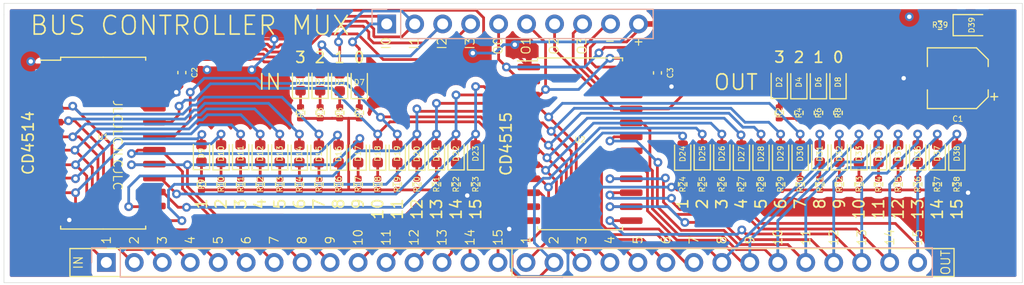
<source format=kicad_pcb>
(kicad_pcb (version 20171130) (host pcbnew "(5.1.10-1-10_14)")
  (layers (0 F.Cu signal) (31 B.Cu signal) (34 B.Paste user) (35 F.Paste user) (36 B.SilkS user) (37 F.SilkS user) (38 B.Mask user) (39 F.Mask user) (44 Edge.Cuts user))
  (net 0 "")
  (net 1 GND)
  (net 2 VCC)
  (net 3 "Net-(D1-Pad1)")
  (net 4 "Net-(D2-Pad1)")
  (net 5 "Net-(U1-Pad11)")
  (net 6 IS3)
  (net 7 OS3)
  (net 8 IS2)
  (net 9 "Net-(D3-Pad1)")
  (net 10 OS2)
  (net 11 "Net-(D4-Pad1)")
  (net 12 IS1)
  (net 13 "Net-(D5-Pad1)")
  (net 14 OS1)
  (net 15 "Net-(D6-Pad1)")
  (net 16 IS0)
  (net 17 "Net-(D7-Pad1)")
  (net 18 OS0)
  (net 19 "Net-(D8-Pad1)")
  (net 20 "Net-(D9-Pad1)")
  (net 21 O1)
  (net 22 O2)
  (net 23 O3)
  (net 24 O4)
  (net 25 O5)
  (net 26 O6)
  (net 27 O7)
  (net 28 O8)
  (net 29 O9)
  (net 30 O10)
  (net 31 O11)
  (net 32 O12)
  (net 33 O13)
  (net 34 O14)
  (net 35 O15)
  (net 36 I1)
  (net 37 I2)
  (net 38 I3)
  (net 39 I4)
  (net 40 I5)
  (net 41 I6)
  (net 42 I7)
  (net 43 I8)
  (net 44 I9)
  (net 45 I10)
  (net 46 I11)
  (net 47 I12)
  (net 48 I13)
  (net 49 I14)
  (net 50 I15)
  (net 51 "Net-(U2-Pad11)")
  (net 52 "Net-(D10-Pad1)")
  (net 53 "Net-(D11-Pad1)")
  (net 54 "Net-(D12-Pad1)")
  (net 55 "Net-(D13-Pad1)")
  (net 56 "Net-(D14-Pad1)")
  (net 57 "Net-(D15-Pad1)")
  (net 58 "Net-(D16-Pad1)")
  (net 59 "Net-(D17-Pad1)")
  (net 60 "Net-(D18-Pad1)")
  (net 61 "Net-(D19-Pad1)")
  (net 62 "Net-(D20-Pad1)")
  (net 63 "Net-(D21-Pad1)")
  (net 64 "Net-(D22-Pad1)")
  (net 65 "Net-(D23-Pad1)")
  (net 66 "Net-(D24-Pad1)")
  (net 67 "Net-(D25-Pad1)")
  (net 68 "Net-(D26-Pad1)")
  (net 69 "Net-(D27-Pad1)")
  (net 70 "Net-(D28-Pad1)")
  (net 71 "Net-(D29-Pad1)")
  (net 72 "Net-(D30-Pad1)")
  (net 73 "Net-(D31-Pad1)")
  (net 74 "Net-(D32-Pad1)")
  (net 75 "Net-(D33-Pad1)")
  (net 76 "Net-(D34-Pad1)")
  (net 77 "Net-(D35-Pad1)")
  (net 78 "Net-(D36-Pad1)")
  (net 79 "Net-(D37-Pad1)")
  (net 80 "Net-(D38-Pad1)")
  (net 81 "Net-(D39-Pad1)")
  (module Resistor_SMD:R_0402_1005Metric (layer F.Cu) (at 187.706 110.998 180)
    (fp_text reference R39 (at 0 0.017) (layer F.SilkS) (effects (font (size 0.5 0.5) (thickness 0.08))))
    (fp_text value 0402WGF1001TCE)
    (pad 2 smd roundrect (at 0.51 0 180) (size 0.54 0.64) (layers F.Cu F.Paste F.Mask) (net 1 GND))
    (pad 1 smd roundrect (at -0.51 0 180) (size 0.54 0.64) (layers F.Cu F.Paste F.Mask) (net 81 "Net-(D39-Pad1)"))
  )
  (module LED_SMD:LED_0805_2012Metric (layer F.Cu) (at 190.5785 110.998)
    (fp_text reference D39 (at 0 0 90) (layer F.SilkS) (effects (font (size 0.5 0.5) (thickness 0.08))))
    (fp_text value NCD0805R1)
    (pad 2 smd roundrect (at 0.9375 0) (size 0.975 1.4) (layers F.Cu F.Paste F.Mask) (net 2 VCC))
    (pad 1 smd roundrect (at -0.9375 0) (size 0.975 1.4) (layers F.Cu F.Paste F.Mask) (net 81 "Net-(D39-Pad1)"))
  )
  (module Connector_PinHeader_2.54mm:PinHeader_1x10_P2.54mm_Vertical (layer B.Cu) (at 137.47 110.89 270)
    (fp_text reference J2 hide)
    (fp_text value Conn_01x10 hide)
    (pad 10 thru_hole oval (at 0 -22.86 270) (size 1.7 1.7) (drill 1) (layers *.Cu *.Mask) (net 2 VCC))
    (pad 9 thru_hole oval (at 0 -20.32 270) (size 1.7 1.7) (drill 1) (layers *.Cu *.Mask) (net 1 GND))
    (pad 8 thru_hole oval (at 0 -17.78 270) (size 1.7 1.7) (drill 1) (layers *.Cu *.Mask) (net 7 OS3))
    (pad 7 thru_hole oval (at 0 -15.24 270) (size 1.7 1.7) (drill 1) (layers *.Cu *.Mask) (net 10 OS2))
    (pad 6 thru_hole oval (at 0 -12.7 270) (size 1.7 1.7) (drill 1) (layers *.Cu *.Mask) (net 14 OS1))
    (pad 5 thru_hole oval (at 0 -10.16 270) (size 1.7 1.7) (drill 1) (layers *.Cu *.Mask) (net 18 OS0))
    (pad 4 thru_hole oval (at 0 -7.62 270) (size 1.7 1.7) (drill 1) (layers *.Cu *.Mask) (net 6 IS3))
    (pad 3 thru_hole oval (at 0 -5.08 270) (size 1.7 1.7) (drill 1) (layers *.Cu *.Mask) (net 8 IS2))
    (pad 2 thru_hole oval (at 0 -2.54 270) (size 1.7 1.7) (drill 1) (layers *.Cu *.Mask) (net 12 IS1))
    (pad 1 thru_hole rect (at 0 0 270) (size 1.7 1.7) (drill 1) (layers *.Cu *.Mask) (net 16 IS0))
  )
  (module Connector_PinHeader_2.54mm:PinHeader_1x30_P2.54mm_Vertical (layer B.Cu) (at 112.014 132.58 270)
    (fp_text reference J1 hide)
    (fp_text value Conn_01x30 hide)
    (pad 30 thru_hole oval (at 0 -73.66 270) (size 1.7 1.7) (drill 1) (layers *.Cu *.Mask) (net 35 O15))
    (pad 29 thru_hole oval (at 0 -71.12 270) (size 1.7 1.7) (drill 1) (layers *.Cu *.Mask) (net 34 O14))
    (pad 28 thru_hole oval (at 0 -68.58 270) (size 1.7 1.7) (drill 1) (layers *.Cu *.Mask) (net 33 O13))
    (pad 27 thru_hole oval (at 0 -66.04 270) (size 1.7 1.7) (drill 1) (layers *.Cu *.Mask) (net 32 O12))
    (pad 26 thru_hole oval (at 0 -63.5 270) (size 1.7 1.7) (drill 1) (layers *.Cu *.Mask) (net 31 O11))
    (pad 25 thru_hole oval (at 0 -60.96 270) (size 1.7 1.7) (drill 1) (layers *.Cu *.Mask) (net 30 O10))
    (pad 24 thru_hole oval (at 0 -58.42 270) (size 1.7 1.7) (drill 1) (layers *.Cu *.Mask) (net 29 O9))
    (pad 23 thru_hole oval (at 0 -55.88 270) (size 1.7 1.7) (drill 1) (layers *.Cu *.Mask) (net 28 O8))
    (pad 22 thru_hole oval (at 0 -53.34 270) (size 1.7 1.7) (drill 1) (layers *.Cu *.Mask) (net 27 O7))
    (pad 21 thru_hole oval (at 0 -50.8 270) (size 1.7 1.7) (drill 1) (layers *.Cu *.Mask) (net 26 O6))
    (pad 20 thru_hole oval (at 0 -48.26 270) (size 1.7 1.7) (drill 1) (layers *.Cu *.Mask) (net 25 O5))
    (pad 19 thru_hole oval (at 0 -45.72 270) (size 1.7 1.7) (drill 1) (layers *.Cu *.Mask) (net 24 O4))
    (pad 18 thru_hole oval (at 0 -43.18 270) (size 1.7 1.7) (drill 1) (layers *.Cu *.Mask) (net 23 O3))
    (pad 17 thru_hole oval (at 0 -40.64 270) (size 1.7 1.7) (drill 1) (layers *.Cu *.Mask) (net 22 O2))
    (pad 16 thru_hole oval (at 0 -38.1 270) (size 1.7 1.7) (drill 1) (layers *.Cu *.Mask) (net 21 O1))
    (pad 15 thru_hole oval (at 0 -35.56 270) (size 1.7 1.7) (drill 1) (layers *.Cu *.Mask) (net 50 I15))
    (pad 14 thru_hole oval (at 0 -33.02 270) (size 1.7 1.7) (drill 1) (layers *.Cu *.Mask) (net 49 I14))
    (pad 13 thru_hole oval (at 0 -30.48 270) (size 1.7 1.7) (drill 1) (layers *.Cu *.Mask) (net 48 I13))
    (pad 12 thru_hole oval (at 0 -27.94 270) (size 1.7 1.7) (drill 1) (layers *.Cu *.Mask) (net 47 I12))
    (pad 11 thru_hole oval (at 0 -25.4 270) (size 1.7 1.7) (drill 1) (layers *.Cu *.Mask) (net 46 I11))
    (pad 10 thru_hole oval (at 0 -22.86 270) (size 1.7 1.7) (drill 1) (layers *.Cu *.Mask) (net 45 I10))
    (pad 9 thru_hole oval (at 0 -20.32 270) (size 1.7 1.7) (drill 1) (layers *.Cu *.Mask) (net 44 I9))
    (pad 8 thru_hole oval (at 0 -17.78 270) (size 1.7 1.7) (drill 1) (layers *.Cu *.Mask) (net 43 I8))
    (pad 7 thru_hole oval (at 0 -15.24 270) (size 1.7 1.7) (drill 1) (layers *.Cu *.Mask) (net 42 I7))
    (pad 6 thru_hole oval (at 0 -12.7 270) (size 1.7 1.7) (drill 1) (layers *.Cu *.Mask) (net 41 I6))
    (pad 5 thru_hole oval (at 0 -10.16 270) (size 1.7 1.7) (drill 1) (layers *.Cu *.Mask) (net 40 I5))
    (pad 4 thru_hole oval (at 0 -7.62 270) (size 1.7 1.7) (drill 1) (layers *.Cu *.Mask) (net 39 I4))
    (pad 3 thru_hole oval (at 0 -5.08 270) (size 1.7 1.7) (drill 1) (layers *.Cu *.Mask) (net 38 I3))
    (pad 2 thru_hole oval (at 0 -2.54 270) (size 1.7 1.7) (drill 1) (layers *.Cu *.Mask) (net 37 I2))
    (pad 1 thru_hole rect (at 0 0 270) (size 1.7 1.7) (drill 1) (layers *.Cu *.Mask) (net 36 I1))
  )
  (module Resistor_SMD:R_0402_1005Metric (layer F.Cu) (at 189.23 125.476 270)
    (fp_text reference R38 (at 0 0 90) (layer F.SilkS) (effects (font (size 0.5 0.5) (thickness 0.08))))
    (fp_text value 0402WGF1001TCE)
    (pad 2 smd roundrect (at 0.51 0 270) (size 0.54 0.64) (layers F.Cu F.Paste F.Mask) (net 1 GND))
    (pad 1 smd roundrect (at -0.51 0 270) (size 0.54 0.64) (layers F.Cu F.Paste F.Mask) (net 80 "Net-(D38-Pad1)"))
  )
  (module Resistor_SMD:R_0402_1005Metric (layer F.Cu) (at 187.452 125.474 270)
    (fp_text reference R37 (at 0.002 0 90) (layer F.SilkS) (effects (font (size 0.5 0.5) (thickness 0.08))))
    (fp_text value 0402WGF1001TCE)
    (pad 2 smd roundrect (at 0.51 0 270) (size 0.54 0.64) (layers F.Cu F.Paste F.Mask) (net 1 GND))
    (pad 1 smd roundrect (at -0.51 0 270) (size 0.54 0.64) (layers F.Cu F.Paste F.Mask) (net 79 "Net-(D37-Pad1)"))
  )
  (module Resistor_SMD:R_0402_1005Metric (layer F.Cu) (at 185.674 125.474 270)
    (fp_text reference R36 (at 0.002 0 90) (layer F.SilkS) (effects (font (size 0.5 0.5) (thickness 0.08))))
    (fp_text value 0402WGF1001TCE)
    (pad 2 smd roundrect (at 0.51 0 270) (size 0.54 0.64) (layers F.Cu F.Paste F.Mask) (net 1 GND))
    (pad 1 smd roundrect (at -0.51 0 270) (size 0.54 0.64) (layers F.Cu F.Paste F.Mask) (net 78 "Net-(D36-Pad1)"))
  )
  (module Resistor_SMD:R_0402_1005Metric (layer F.Cu) (at 183.896 125.474 270)
    (fp_text reference R35 (at 0.002 0 90) (layer F.SilkS) (effects (font (size 0.5 0.5) (thickness 0.08))))
    (fp_text value 0402WGF1001TCE)
    (pad 2 smd roundrect (at 0.51 0 270) (size 0.54 0.64) (layers F.Cu F.Paste F.Mask) (net 1 GND))
    (pad 1 smd roundrect (at -0.51 0 270) (size 0.54 0.64) (layers F.Cu F.Paste F.Mask) (net 77 "Net-(D35-Pad1)"))
  )
  (module Resistor_SMD:R_0402_1005Metric (layer F.Cu) (at 182.118 125.478 270)
    (fp_text reference R34 (at 0 0 90) (layer F.SilkS) (effects (font (size 0.5 0.5) (thickness 0.08))))
    (fp_text value 0402WGF1001TCE)
    (pad 2 smd roundrect (at 0.51 0 270) (size 0.54 0.64) (layers F.Cu F.Paste F.Mask) (net 1 GND))
    (pad 1 smd roundrect (at -0.51 0 270) (size 0.54 0.64) (layers F.Cu F.Paste F.Mask) (net 76 "Net-(D34-Pad1)"))
  )
  (module Resistor_SMD:R_0402_1005Metric (layer F.Cu) (at 180.34 125.474 270)
    (fp_text reference R33 (at 0 0 90) (layer F.SilkS) (effects (font (size 0.5 0.5) (thickness 0.08))))
    (fp_text value 0402WGF1001TCE)
    (pad 2 smd roundrect (at 0.51 0 270) (size 0.54 0.64) (layers F.Cu F.Paste F.Mask) (net 1 GND))
    (pad 1 smd roundrect (at -0.51 0 270) (size 0.54 0.64) (layers F.Cu F.Paste F.Mask) (net 75 "Net-(D33-Pad1)"))
  )
  (module Resistor_SMD:R_0402_1005Metric (layer F.Cu) (at 178.562 125.476 270)
    (fp_text reference R32 (at 0 0 90) (layer F.SilkS) (effects (font (size 0.5 0.5) (thickness 0.08))))
    (fp_text value 0402WGF1001TCE)
    (pad 2 smd roundrect (at 0.51 0 270) (size 0.54 0.64) (layers F.Cu F.Paste F.Mask) (net 1 GND))
    (pad 1 smd roundrect (at -0.51 0 270) (size 0.54 0.64) (layers F.Cu F.Paste F.Mask) (net 74 "Net-(D32-Pad1)"))
  )
  (module Resistor_SMD:R_0402_1005Metric (layer F.Cu) (at 176.784 125.474 270)
    (fp_text reference R31 (at 0 0 90) (layer F.SilkS) (effects (font (size 0.5 0.5) (thickness 0.08))))
    (fp_text value 0402WGF1001TCE)
    (pad 2 smd roundrect (at 0.51 0 270) (size 0.54 0.64) (layers F.Cu F.Paste F.Mask) (net 1 GND))
    (pad 1 smd roundrect (at -0.51 0 270) (size 0.54 0.64) (layers F.Cu F.Paste F.Mask) (net 73 "Net-(D31-Pad1)"))
  )
  (module Resistor_SMD:R_0402_1005Metric (layer F.Cu) (at 175.006 125.478 270)
    (fp_text reference R30 (at -0.002 0 90) (layer F.SilkS) (effects (font (size 0.5 0.5) (thickness 0.08))))
    (fp_text value 0402WGF1001TCE)
    (pad 2 smd roundrect (at 0.51 0 270) (size 0.54 0.64) (layers F.Cu F.Paste F.Mask) (net 1 GND))
    (pad 1 smd roundrect (at -0.51 0 270) (size 0.54 0.64) (layers F.Cu F.Paste F.Mask) (net 72 "Net-(D30-Pad1)"))
  )
  (module Resistor_SMD:R_0402_1005Metric (layer F.Cu) (at 173.228 125.476 270)
    (fp_text reference R29 (at 0 0 90) (layer F.SilkS) (effects (font (size 0.5 0.5) (thickness 0.08))))
    (fp_text value 0402WGF1001TCE)
    (pad 2 smd roundrect (at 0.51 0 270) (size 0.54 0.64) (layers F.Cu F.Paste F.Mask) (net 1 GND))
    (pad 1 smd roundrect (at -0.51 0 270) (size 0.54 0.64) (layers F.Cu F.Paste F.Mask) (net 71 "Net-(D29-Pad1)"))
  )
  (module Resistor_SMD:R_0402_1005Metric (layer F.Cu) (at 171.45 125.476 270)
    (fp_text reference R28 (at 0 0 90) (layer F.SilkS) (effects (font (size 0.5 0.5) (thickness 0.08))))
    (fp_text value 0402WGF1001TCE)
    (pad 2 smd roundrect (at 0.51 0 270) (size 0.54 0.64) (layers F.Cu F.Paste F.Mask) (net 1 GND))
    (pad 1 smd roundrect (at -0.51 0 270) (size 0.54 0.64) (layers F.Cu F.Paste F.Mask) (net 70 "Net-(D28-Pad1)"))
  )
  (module Resistor_SMD:R_0402_1005Metric (layer F.Cu) (at 169.672 125.474 270)
    (fp_text reference R27 (at 0 0 90) (layer F.SilkS) (effects (font (size 0.5 0.5) (thickness 0.08))))
    (fp_text value 0402WGF1001TCE)
    (pad 2 smd roundrect (at 0.51 0 270) (size 0.54 0.64) (layers F.Cu F.Paste F.Mask) (net 1 GND))
    (pad 1 smd roundrect (at -0.51 0 270) (size 0.54 0.64) (layers F.Cu F.Paste F.Mask) (net 69 "Net-(D27-Pad1)"))
  )
  (module Resistor_SMD:R_0402_1005Metric (layer F.Cu) (at 167.894 125.476 270)
    (fp_text reference R26 (at 0 0 90) (layer F.SilkS) (effects (font (size 0.5 0.5) (thickness 0.08))))
    (fp_text value 0402WGF1001TCE)
    (pad 2 smd roundrect (at 0.51 0 270) (size 0.54 0.64) (layers F.Cu F.Paste F.Mask) (net 1 GND))
    (pad 1 smd roundrect (at -0.51 0 270) (size 0.54 0.64) (layers F.Cu F.Paste F.Mask) (net 68 "Net-(D26-Pad1)"))
  )
  (module Resistor_SMD:R_0402_1005Metric (layer F.Cu) (at 166.116 125.476 270)
    (fp_text reference R25 (at 0 0 90) (layer F.SilkS) (effects (font (size 0.5 0.5) (thickness 0.08))))
    (fp_text value 0402WGF1001TCE)
    (pad 2 smd roundrect (at 0.51 0 270) (size 0.54 0.64) (layers F.Cu F.Paste F.Mask) (net 1 GND))
    (pad 1 smd roundrect (at -0.51 0 270) (size 0.54 0.64) (layers F.Cu F.Paste F.Mask) (net 67 "Net-(D25-Pad1)"))
  )
  (module Resistor_SMD:R_0402_1005Metric (layer F.Cu) (at 164.338 125.476 270)
    (fp_text reference R24 (at 0 0 90) (layer F.SilkS) (effects (font (size 0.5 0.5) (thickness 0.08))))
    (fp_text value 0402WGF1001TCE)
    (pad 2 smd roundrect (at 0.51 0 270) (size 0.54 0.64) (layers F.Cu F.Paste F.Mask) (net 1 GND))
    (pad 1 smd roundrect (at -0.51 0 270) (size 0.54 0.64) (layers F.Cu F.Paste F.Mask) (net 66 "Net-(D24-Pad1)"))
  )
  (module LED_SMD:LED_0603_1608Metric (layer F.Cu) (at 189.23 122.7075 90)
    (fp_text reference D38 (at 0.0255 0 90) (layer F.SilkS) (effects (font (size 0.5 0.5) (thickness 0.08))))
    (fp_text value 19-217/GHC-YR1S2/3T)
    (pad 2 smd roundrect (at 0.7875 0 90) (size 0.875 0.95) (layers F.Cu F.Paste F.Mask) (net 35 O15))
    (pad 1 smd roundrect (at -0.7875 0 90) (size 0.875 0.95) (layers F.Cu F.Paste F.Mask) (net 80 "Net-(D38-Pad1)"))
  )
  (module LED_SMD:LED_0603_1608Metric (layer F.Cu) (at 187.452 122.682 90)
    (fp_text reference D37 (at 0 0 90) (layer F.SilkS) (effects (font (size 0.5 0.5) (thickness 0.08))))
    (fp_text value 19-217/GHC-YR1S2/3T)
    (pad 2 smd roundrect (at 0.7875 0 90) (size 0.875 0.95) (layers F.Cu F.Paste F.Mask) (net 34 O14))
    (pad 1 smd roundrect (at -0.7875 0 90) (size 0.875 0.95) (layers F.Cu F.Paste F.Mask) (net 79 "Net-(D37-Pad1)"))
  )
  (module LED_SMD:LED_0603_1608Metric (layer F.Cu) (at 185.674 122.682 90)
    (fp_text reference D36 (at 0 0 90) (layer F.SilkS) (effects (font (size 0.5 0.5) (thickness 0.08))))
    (fp_text value 19-217/GHC-YR1S2/3T)
    (pad 2 smd roundrect (at 0.7875 0 90) (size 0.875 0.95) (layers F.Cu F.Paste F.Mask) (net 33 O13))
    (pad 1 smd roundrect (at -0.7875 0 90) (size 0.875 0.95) (layers F.Cu F.Paste F.Mask) (net 78 "Net-(D36-Pad1)"))
  )
  (module LED_SMD:LED_0603_1608Metric (layer F.Cu) (at 183.896 122.682 90)
    (fp_text reference D35 (at 0 0 90) (layer F.SilkS) (effects (font (size 0.5 0.5) (thickness 0.08))))
    (fp_text value 19-217/GHC-YR1S2/3T)
    (pad 2 smd roundrect (at 0.7875 0 90) (size 0.875 0.95) (layers F.Cu F.Paste F.Mask) (net 32 O12))
    (pad 1 smd roundrect (at -0.7875 0 90) (size 0.875 0.95) (layers F.Cu F.Paste F.Mask) (net 77 "Net-(D35-Pad1)"))
  )
  (module LED_SMD:LED_0603_1608Metric (layer F.Cu) (at 182.118 122.682 90)
    (fp_text reference D34 (at 0 0 90) (layer F.SilkS) (effects (font (size 0.5 0.5) (thickness 0.08))))
    (fp_text value 19-217/GHC-YR1S2/3T)
    (pad 2 smd roundrect (at 0.7875 0 90) (size 0.875 0.95) (layers F.Cu F.Paste F.Mask) (net 31 O11))
    (pad 1 smd roundrect (at -0.7875 0 90) (size 0.875 0.95) (layers F.Cu F.Paste F.Mask) (net 76 "Net-(D34-Pad1)"))
  )
  (module LED_SMD:LED_0603_1608Metric (layer F.Cu) (at 180.34 122.682 90)
    (fp_text reference D33 (at 0 0 90) (layer F.SilkS) (effects (font (size 0.5 0.5) (thickness 0.08))))
    (fp_text value 19-217/GHC-YR1S2/3T)
    (pad 2 smd roundrect (at 0.7875 0 90) (size 0.875 0.95) (layers F.Cu F.Paste F.Mask) (net 30 O10))
    (pad 1 smd roundrect (at -0.7875 0 90) (size 0.875 0.95) (layers F.Cu F.Paste F.Mask) (net 75 "Net-(D33-Pad1)"))
  )
  (module LED_SMD:LED_0603_1608Metric (layer F.Cu) (at 178.562 122.682 90)
    (fp_text reference D32 (at 0 0 90) (layer F.SilkS) (effects (font (size 0.5 0.5) (thickness 0.08))))
    (fp_text value 19-217/GHC-YR1S2/3T)
    (pad 2 smd roundrect (at 0.7875 0 90) (size 0.875 0.95) (layers F.Cu F.Paste F.Mask) (net 29 O9))
    (pad 1 smd roundrect (at -0.7875 0 90) (size 0.875 0.95) (layers F.Cu F.Paste F.Mask) (net 74 "Net-(D32-Pad1)"))
  )
  (module LED_SMD:LED_0603_1608Metric (layer F.Cu) (at 176.784 122.682 90)
    (fp_text reference D31 (at 0 0 90) (layer F.SilkS) (effects (font (size 0.5 0.5) (thickness 0.08))))
    (fp_text value 19-217/GHC-YR1S2/3T)
    (pad 2 smd roundrect (at 0.7875 0 90) (size 0.875 0.95) (layers F.Cu F.Paste F.Mask) (net 28 O8))
    (pad 1 smd roundrect (at -0.7875 0 90) (size 0.875 0.95) (layers F.Cu F.Paste F.Mask) (net 73 "Net-(D31-Pad1)"))
  )
  (module LED_SMD:LED_0603_1608Metric (layer F.Cu) (at 175.006 122.7075 90)
    (fp_text reference D30 (at 0.0255 0 90) (layer F.SilkS) (effects (font (size 0.5 0.5) (thickness 0.08))))
    (fp_text value 19-217/GHC-YR1S2/3T)
    (pad 2 smd roundrect (at 0.7875 0 90) (size 0.875 0.95) (layers F.Cu F.Paste F.Mask) (net 27 O7))
    (pad 1 smd roundrect (at -0.7875 0 90) (size 0.875 0.95) (layers F.Cu F.Paste F.Mask) (net 72 "Net-(D30-Pad1)"))
  )
  (module LED_SMD:LED_0603_1608Metric (layer F.Cu) (at 173.228 122.7075 90)
    (fp_text reference D29 (at 0.0255 0 90) (layer F.SilkS) (effects (font (size 0.5 0.5) (thickness 0.08))))
    (fp_text value 19-217/GHC-YR1S2/3T)
    (pad 2 smd roundrect (at 0.7875 0 90) (size 0.875 0.95) (layers F.Cu F.Paste F.Mask) (net 26 O6))
    (pad 1 smd roundrect (at -0.7875 0 90) (size 0.875 0.95) (layers F.Cu F.Paste F.Mask) (net 71 "Net-(D29-Pad1)"))
  )
  (module LED_SMD:LED_0603_1608Metric (layer F.Cu) (at 171.45 122.7075 90)
    (fp_text reference D28 (at 0 0 90) (layer F.SilkS) (effects (font (size 0.5 0.5) (thickness 0.08))))
    (fp_text value 19-217/GHC-YR1S2/3T)
    (pad 2 smd roundrect (at 0.7875 0 90) (size 0.875 0.95) (layers F.Cu F.Paste F.Mask) (net 25 O5))
    (pad 1 smd roundrect (at -0.7875 0 90) (size 0.875 0.95) (layers F.Cu F.Paste F.Mask) (net 70 "Net-(D28-Pad1)"))
  )
  (module LED_SMD:LED_0603_1608Metric (layer F.Cu) (at 169.672 122.7075 90)
    (fp_text reference D27 (at 0 0 90) (layer F.SilkS) (effects (font (size 0.5 0.5) (thickness 0.08))))
    (fp_text value 19-217/GHC-YR1S2/3T)
    (pad 2 smd roundrect (at 0.7875 0 90) (size 0.875 0.95) (layers F.Cu F.Paste F.Mask) (net 24 O4))
    (pad 1 smd roundrect (at -0.7875 0 90) (size 0.875 0.95) (layers F.Cu F.Paste F.Mask) (net 69 "Net-(D27-Pad1)"))
  )
  (module LED_SMD:LED_0603_1608Metric (layer F.Cu) (at 167.894 122.682 90)
    (fp_text reference D26 (at 0 0 90) (layer F.SilkS) (effects (font (size 0.5 0.5) (thickness 0.08))))
    (fp_text value 19-217/GHC-YR1S2/3T)
    (pad 2 smd roundrect (at 0.7875 0 90) (size 0.875 0.95) (layers F.Cu F.Paste F.Mask) (net 23 O3))
    (pad 1 smd roundrect (at -0.7875 0 90) (size 0.875 0.95) (layers F.Cu F.Paste F.Mask) (net 68 "Net-(D26-Pad1)"))
  )
  (module LED_SMD:LED_0603_1608Metric (layer F.Cu) (at 166.116 122.682 90)
    (fp_text reference D25 (at 0 0 90) (layer F.SilkS) (effects (font (size 0.5 0.5) (thickness 0.08))))
    (fp_text value 19-217/GHC-YR1S2/3T)
    (pad 2 smd roundrect (at 0.7875 0 90) (size 0.875 0.95) (layers F.Cu F.Paste F.Mask) (net 22 O2))
    (pad 1 smd roundrect (at -0.7875 0 90) (size 0.875 0.95) (layers F.Cu F.Paste F.Mask) (net 67 "Net-(D25-Pad1)"))
  )
  (module LED_SMD:LED_0603_1608Metric (layer F.Cu) (at 164.338 122.7075 90)
    (fp_text reference D24 (at 0 0 90) (layer F.SilkS) (effects (font (size 0.5 0.5) (thickness 0.08))))
    (fp_text value 19-217/GHC-YR1S2/3T)
    (pad 2 smd roundrect (at 0.7875 0 90) (size 0.875 0.95) (layers F.Cu F.Paste F.Mask) (net 21 O1))
    (pad 1 smd roundrect (at -0.7875 0 90) (size 0.875 0.95) (layers F.Cu F.Paste F.Mask) (net 66 "Net-(D24-Pad1)"))
  )
  (module Resistor_SMD:R_0402_1005Metric (layer F.Cu) (at 134.874 125.476 270)
    (fp_text reference R17 (at 0 0 90) (layer F.SilkS) (effects (font (size 0.5 0.5) (thickness 0.08))))
    (fp_text value 0402WGF1001TCE)
    (pad 2 smd roundrect (at 0.51 0 270) (size 0.54 0.64) (layers F.Cu F.Paste F.Mask) (net 1 GND))
    (pad 1 smd roundrect (at -0.51 0 270) (size 0.54 0.64) (layers F.Cu F.Paste F.Mask) (net 59 "Net-(D17-Pad1)"))
  )
  (module Resistor_SMD:R_0402_1005Metric (layer F.Cu) (at 145.542 125.474 270)
    (fp_text reference R23 (at 0 0 90) (layer F.SilkS) (effects (font (size 0.5 0.5) (thickness 0.08))))
    (fp_text value 0402WGF1001TCE)
    (pad 2 smd roundrect (at 0.51 0 270) (size 0.54 0.64) (layers F.Cu F.Paste F.Mask) (net 1 GND))
    (pad 1 smd roundrect (at -0.51 0 270) (size 0.54 0.64) (layers F.Cu F.Paste F.Mask) (net 65 "Net-(D23-Pad1)"))
  )
  (module Resistor_SMD:R_0402_1005Metric (layer F.Cu) (at 143.764 125.478 270)
    (fp_text reference R22 (at 0 0 90) (layer F.SilkS) (effects (font (size 0.5 0.5) (thickness 0.08))))
    (fp_text value 0402WGF1001TCE)
    (pad 2 smd roundrect (at 0.51 0 270) (size 0.54 0.64) (layers F.Cu F.Paste F.Mask) (net 1 GND))
    (pad 1 smd roundrect (at -0.51 0 270) (size 0.54 0.64) (layers F.Cu F.Paste F.Mask) (net 64 "Net-(D22-Pad1)"))
  )
  (module Resistor_SMD:R_0402_1005Metric (layer F.Cu) (at 141.986 125.478 270)
    (fp_text reference R21 (at -0.002 0 90) (layer F.SilkS) (effects (font (size 0.5 0.5) (thickness 0.08))))
    (fp_text value 0402WGF1001TCE)
    (pad 2 smd roundrect (at 0.51 0 270) (size 0.54 0.64) (layers F.Cu F.Paste F.Mask) (net 1 GND))
    (pad 1 smd roundrect (at -0.51 0 270) (size 0.54 0.64) (layers F.Cu F.Paste F.Mask) (net 63 "Net-(D21-Pad1)"))
  )
  (module Resistor_SMD:R_0402_1005Metric (layer F.Cu) (at 140.208 125.478 270)
    (fp_text reference R20 (at 0 0 90) (layer F.SilkS) (effects (font (size 0.5 0.5) (thickness 0.08))))
    (fp_text value 0402WGF1001TCE)
    (pad 2 smd roundrect (at 0.51 0 270) (size 0.54 0.64) (layers F.Cu F.Paste F.Mask) (net 1 GND))
    (pad 1 smd roundrect (at -0.51 0 270) (size 0.54 0.64) (layers F.Cu F.Paste F.Mask) (net 62 "Net-(D20-Pad1)"))
  )
  (module Resistor_SMD:R_0402_1005Metric (layer F.Cu) (at 138.43 125.474 270)
    (fp_text reference R19 (at 0 0 90) (layer F.SilkS) (effects (font (size 0.5 0.5) (thickness 0.08))))
    (fp_text value 0402WGF1001TCE)
    (pad 2 smd roundrect (at 0.51 0 270) (size 0.54 0.64) (layers F.Cu F.Paste F.Mask) (net 1 GND))
    (pad 1 smd roundrect (at -0.51 0 270) (size 0.54 0.64) (layers F.Cu F.Paste F.Mask) (net 61 "Net-(D19-Pad1)"))
  )
  (module Resistor_SMD:R_0402_1005Metric (layer F.Cu) (at 136.652 125.476 270)
    (fp_text reference R18 (at 0 0 90) (layer F.SilkS) (effects (font (size 0.5 0.5) (thickness 0.08))))
    (fp_text value 0402WGF1001TCE)
    (pad 2 smd roundrect (at 0.51 0 270) (size 0.54 0.64) (layers F.Cu F.Paste F.Mask) (net 1 GND))
    (pad 1 smd roundrect (at -0.51 0 270) (size 0.54 0.64) (layers F.Cu F.Paste F.Mask) (net 60 "Net-(D18-Pad1)"))
  )
  (module Resistor_SMD:R_0402_1005Metric (layer F.Cu) (at 133.096 125.478 270)
    (fp_text reference R16 (at 0 0 90) (layer F.SilkS) (effects (font (size 0.5 0.5) (thickness 0.08))))
    (fp_text value 0402WGF1001TCE)
    (pad 2 smd roundrect (at 0.51 0 270) (size 0.54 0.64) (layers F.Cu F.Paste F.Mask) (net 1 GND))
    (pad 1 smd roundrect (at -0.51 0 270) (size 0.54 0.64) (layers F.Cu F.Paste F.Mask) (net 58 "Net-(D16-Pad1)"))
  )
  (module Resistor_SMD:R_0402_1005Metric (layer F.Cu) (at 131.318 125.476 270)
    (fp_text reference R15 (at 0 0 90) (layer F.SilkS) (effects (font (size 0.5 0.5) (thickness 0.08))))
    (fp_text value 0402WGF1001TCE)
    (pad 2 smd roundrect (at 0.51 0 270) (size 0.54 0.64) (layers F.Cu F.Paste F.Mask) (net 1 GND))
    (pad 1 smd roundrect (at -0.51 0 270) (size 0.54 0.64) (layers F.Cu F.Paste F.Mask) (net 57 "Net-(D15-Pad1)"))
  )
  (module Resistor_SMD:R_0402_1005Metric (layer F.Cu) (at 129.54 125.478 270)
    (fp_text reference R14 (at -0.002 0 90) (layer F.SilkS) (effects (font (size 0.5 0.5) (thickness 0.08))))
    (fp_text value 0402WGF1001TCE)
    (pad 2 smd roundrect (at 0.51 0 270) (size 0.54 0.64) (layers F.Cu F.Paste F.Mask) (net 1 GND))
    (pad 1 smd roundrect (at -0.51 0 270) (size 0.54 0.64) (layers F.Cu F.Paste F.Mask) (net 56 "Net-(D14-Pad1)"))
  )
  (module Resistor_SMD:R_0402_1005Metric (layer F.Cu) (at 127.762 125.474 270)
    (fp_text reference R13 (at 0 0 90) (layer F.SilkS) (effects (font (size 0.5 0.5) (thickness 0.08))))
    (fp_text value 0402WGF1001TCE)
    (pad 2 smd roundrect (at 0.51 0 270) (size 0.54 0.64) (layers F.Cu F.Paste F.Mask) (net 1 GND))
    (pad 1 smd roundrect (at -0.51 0 270) (size 0.54 0.64) (layers F.Cu F.Paste F.Mask) (net 55 "Net-(D13-Pad1)"))
  )
  (module Resistor_SMD:R_0402_1005Metric (layer F.Cu) (at 125.984 125.474 270)
    (fp_text reference R12 (at 0 0 90) (layer F.SilkS) (effects (font (size 0.5 0.5) (thickness 0.08))))
    (fp_text value 0402WGF1001TCE)
    (pad 2 smd roundrect (at 0.51 0 270) (size 0.54 0.64) (layers F.Cu F.Paste F.Mask) (net 1 GND))
    (pad 1 smd roundrect (at -0.51 0 270) (size 0.54 0.64) (layers F.Cu F.Paste F.Mask) (net 54 "Net-(D12-Pad1)"))
  )
  (module Resistor_SMD:R_0402_1005Metric (layer F.Cu) (at 124.206 125.474 270)
    (fp_text reference R11 (at 0 0 90) (layer F.SilkS) (effects (font (size 0.5 0.5) (thickness 0.08))))
    (fp_text value 0402WGF1001TCE)
    (pad 2 smd roundrect (at 0.51 0 270) (size 0.54 0.64) (layers F.Cu F.Paste F.Mask) (net 1 GND))
    (pad 1 smd roundrect (at -0.51 0 270) (size 0.54 0.64) (layers F.Cu F.Paste F.Mask) (net 53 "Net-(D11-Pad1)"))
  )
  (module Resistor_SMD:R_0402_1005Metric (layer F.Cu) (at 122.428 125.476 270)
    (fp_text reference R10 (at 0 0 90) (layer F.SilkS) (effects (font (size 0.5 0.5) (thickness 0.08))))
    (fp_text value 0402WGF1001TCE)
    (pad 2 smd roundrect (at 0.51 0 270) (size 0.54 0.64) (layers F.Cu F.Paste F.Mask) (net 1 GND))
    (pad 1 smd roundrect (at -0.51 0 270) (size 0.54 0.64) (layers F.Cu F.Paste F.Mask) (net 52 "Net-(D10-Pad1)"))
  )
  (module Resistor_SMD:R_0402_1005Metric (layer F.Cu) (at 120.65 125.474 270)
    (fp_text reference R9 (at 0 0 90) (layer F.SilkS) (effects (font (size 0.5 0.5) (thickness 0.08))))
    (fp_text value 0402WGF1001TCE)
    (pad 2 smd roundrect (at 0.51 0 270) (size 0.54 0.64) (layers F.Cu F.Paste F.Mask) (net 1 GND))
    (pad 1 smd roundrect (at -0.51 0 270) (size 0.54 0.64) (layers F.Cu F.Paste F.Mask) (net 20 "Net-(D9-Pad1)"))
  )
  (module LED_SMD:LED_0603_1608Metric (layer F.Cu) (at 145.542 122.682 90)
    (fp_text reference D23 (at 0 0 90) (layer F.SilkS) (effects (font (size 0.5 0.5) (thickness 0.08))))
    (fp_text value 19-217/GHC-YR1S2/3T)
    (pad 2 smd roundrect (at 0.7875 0 90) (size 0.875 0.95) (layers F.Cu F.Paste F.Mask) (net 50 I15))
    (pad 1 smd roundrect (at -0.7875 0 90) (size 0.875 0.95) (layers F.Cu F.Paste F.Mask) (net 65 "Net-(D23-Pad1)"))
  )
  (module LED_SMD:LED_0603_1608Metric (layer F.Cu) (at 143.764 122.682 90)
    (fp_text reference D22 (at 0 0 90) (layer F.SilkS) (effects (font (size 0.5 0.5) (thickness 0.08))))
    (fp_text value 19-217/GHC-YR1S2/3T)
    (pad 2 smd roundrect (at 0.7875 0 90) (size 0.875 0.95) (layers F.Cu F.Paste F.Mask) (net 49 I14))
    (pad 1 smd roundrect (at -0.7875 0 90) (size 0.875 0.95) (layers F.Cu F.Paste F.Mask) (net 64 "Net-(D22-Pad1)"))
  )
  (module LED_SMD:LED_0603_1608Metric (layer F.Cu) (at 141.986 122.682 90)
    (fp_text reference D21 (at 0 0 90) (layer F.SilkS) (effects (font (size 0.5 0.5) (thickness 0.08))))
    (fp_text value 19-217/GHC-YR1S2/3T)
    (pad 2 smd roundrect (at 0.7875 0 90) (size 0.875 0.95) (layers F.Cu F.Paste F.Mask) (net 48 I13))
    (pad 1 smd roundrect (at -0.7875 0 90) (size 0.875 0.95) (layers F.Cu F.Paste F.Mask) (net 63 "Net-(D21-Pad1)"))
  )
  (module LED_SMD:LED_0603_1608Metric (layer F.Cu) (at 140.208 122.7075 90)
    (fp_text reference D20 (at 0 0 90) (layer F.SilkS) (effects (font (size 0.5 0.5) (thickness 0.08))))
    (fp_text value 19-217/GHC-YR1S2/3T)
    (pad 2 smd roundrect (at 0.7875 0 90) (size 0.875 0.95) (layers F.Cu F.Paste F.Mask) (net 47 I12))
    (pad 1 smd roundrect (at -0.7875 0 90) (size 0.875 0.95) (layers F.Cu F.Paste F.Mask) (net 62 "Net-(D20-Pad1)"))
  )
  (module LED_SMD:LED_0603_1608Metric (layer F.Cu) (at 138.43 122.7075 90)
    (fp_text reference D19 (at 0.0255 0 90) (layer F.SilkS) (effects (font (size 0.5 0.5) (thickness 0.08))))
    (fp_text value 19-217/GHC-YR1S2/3T)
    (pad 2 smd roundrect (at 0.7875 0 90) (size 0.875 0.95) (layers F.Cu F.Paste F.Mask) (net 46 I11))
    (pad 1 smd roundrect (at -0.7875 0 90) (size 0.875 0.95) (layers F.Cu F.Paste F.Mask) (net 61 "Net-(D19-Pad1)"))
  )
  (module LED_SMD:LED_0603_1608Metric (layer F.Cu) (at 136.652 122.7075 90)
    (fp_text reference D18 (at 0.0255 0 90) (layer F.SilkS) (effects (font (size 0.5 0.5) (thickness 0.08))))
    (fp_text value 19-217/GHC-YR1S2/3T)
    (pad 2 smd roundrect (at 0.7875 0 90) (size 0.875 0.95) (layers F.Cu F.Paste F.Mask) (net 45 I10))
    (pad 1 smd roundrect (at -0.7875 0 90) (size 0.875 0.95) (layers F.Cu F.Paste F.Mask) (net 60 "Net-(D18-Pad1)"))
  )
  (module LED_SMD:LED_0603_1608Metric (layer F.Cu) (at 134.874 122.7075 90)
    (fp_text reference D17 (at 0.0255 0 90) (layer F.SilkS) (effects (font (size 0.5 0.5) (thickness 0.08))))
    (fp_text value 19-217/GHC-YR1S2/3T)
    (pad 2 smd roundrect (at 0.7875 0 90) (size 0.875 0.95) (layers F.Cu F.Paste F.Mask) (net 44 I9))
    (pad 1 smd roundrect (at -0.7875 0 90) (size 0.875 0.95) (layers F.Cu F.Paste F.Mask) (net 59 "Net-(D17-Pad1)"))
  )
  (module LED_SMD:LED_0603_1608Metric (layer F.Cu) (at 133.096 122.7075 90)
    (fp_text reference D16 (at 0 0 90) (layer F.SilkS) (effects (font (size 0.5 0.5) (thickness 0.08))))
    (fp_text value 19-217/GHC-YR1S2/3T)
    (pad 2 smd roundrect (at 0.7875 0 90) (size 0.875 0.95) (layers F.Cu F.Paste F.Mask) (net 43 I8))
    (pad 1 smd roundrect (at -0.7875 0 90) (size 0.875 0.95) (layers F.Cu F.Paste F.Mask) (net 58 "Net-(D16-Pad1)"))
  )
  (module LED_SMD:LED_0603_1608Metric (layer F.Cu) (at 131.318 122.7075 90)
    (fp_text reference D15 (at 0 0 90) (layer F.SilkS) (effects (font (size 0.5 0.5) (thickness 0.08))))
    (fp_text value 19-217/GHC-YR1S2/3T)
    (pad 2 smd roundrect (at 0.7875 0 90) (size 0.875 0.95) (layers F.Cu F.Paste F.Mask) (net 42 I7))
    (pad 1 smd roundrect (at -0.7875 0 90) (size 0.875 0.95) (layers F.Cu F.Paste F.Mask) (net 57 "Net-(D15-Pad1)"))
  )
  (module LED_SMD:LED_0603_1608Metric (layer F.Cu) (at 129.54 122.7075 90)
    (fp_text reference D14 (at 0 0 90) (layer F.SilkS) (effects (font (size 0.5 0.5) (thickness 0.08))))
    (fp_text value 19-217/GHC-YR1S2/3T)
    (pad 2 smd roundrect (at 0.7875 0 90) (size 0.875 0.95) (layers F.Cu F.Paste F.Mask) (net 41 I6))
    (pad 1 smd roundrect (at -0.7875 0 90) (size 0.875 0.95) (layers F.Cu F.Paste F.Mask) (net 56 "Net-(D14-Pad1)"))
  )
  (module LED_SMD:LED_0603_1608Metric (layer F.Cu) (at 127.762 122.682 90)
    (fp_text reference D13 (at 0 0 90) (layer F.SilkS) (effects (font (size 0.5 0.5) (thickness 0.08))))
    (fp_text value 19-217/GHC-YR1S2/3T)
    (pad 2 smd roundrect (at 0.7875 0 90) (size 0.875 0.95) (layers F.Cu F.Paste F.Mask) (net 40 I5))
    (pad 1 smd roundrect (at -0.7875 0 90) (size 0.875 0.95) (layers F.Cu F.Paste F.Mask) (net 55 "Net-(D13-Pad1)"))
  )
  (module LED_SMD:LED_0603_1608Metric (layer F.Cu) (at 125.984 122.682 90)
    (fp_text reference D12 (at 0 0 90) (layer F.SilkS) (effects (font (size 0.5 0.5) (thickness 0.08))))
    (fp_text value 19-217/GHC-YR1S2/3T)
    (pad 2 smd roundrect (at 0.7875 0 90) (size 0.875 0.95) (layers F.Cu F.Paste F.Mask) (net 39 I4))
    (pad 1 smd roundrect (at -0.7875 0 90) (size 0.875 0.95) (layers F.Cu F.Paste F.Mask) (net 54 "Net-(D12-Pad1)"))
  )
  (module LED_SMD:LED_0603_1608Metric (layer F.Cu) (at 124.206 122.6565 90)
    (fp_text reference D11 (at 0 0 90) (layer F.SilkS) (effects (font (size 0.5 0.5) (thickness 0.08))))
    (fp_text value 19-217/GHC-YR1S2/3T)
    (pad 2 smd roundrect (at 0.7875 0 90) (size 0.875 0.95) (layers F.Cu F.Paste F.Mask) (net 38 I3))
    (pad 1 smd roundrect (at -0.7875 0 90) (size 0.875 0.95) (layers F.Cu F.Paste F.Mask) (net 53 "Net-(D11-Pad1)"))
  )
  (module LED_SMD:LED_0603_1608Metric (layer F.Cu) (at 122.428 122.682 90)
    (fp_text reference D10 (at 0 0 90) (layer F.SilkS) (effects (font (size 0.5 0.5) (thickness 0.08))))
    (fp_text value 19-217/GHC-YR1S2/3T)
    (pad 2 smd roundrect (at 0.7875 0 90) (size 0.875 0.95) (layers F.Cu F.Paste F.Mask) (net 37 I2))
    (pad 1 smd roundrect (at -0.7875 0 90) (size 0.875 0.95) (layers F.Cu F.Paste F.Mask) (net 52 "Net-(D10-Pad1)"))
  )
  (module LED_SMD:LED_0603_1608Metric (layer F.Cu) (at 120.65 122.6565 90)
    (fp_text reference D9 (at 0 0 90) (layer F.SilkS) (effects (font (size 0.5 0.5) (thickness 0.08))))
    (fp_text value 19-217/GHC-YR1S2/3T)
    (pad 2 smd roundrect (at 0.7875 0 90) (size 0.875 0.95) (layers F.Cu F.Paste F.Mask) (net 36 I1))
    (pad 1 smd roundrect (at -0.7875 0 90) (size 0.875 0.95) (layers F.Cu F.Paste F.Mask) (net 20 "Net-(D9-Pad1)"))
  )
  (module Capacitor_SMD:C_0402_1005Metric (layer F.Cu) (at 162.052 115.344 270)
    (fp_text reference C3 (at 0 -1.16 90) (layer F.SilkS) (effects (font (size 0.5 0.5) (thickness 0.08))))
    (fp_text value CL05A106MQ5NUNC)
    (pad 2 smd roundrect (at 0.48 0 270) (size 0.56 0.62) (layers F.Cu F.Paste F.Mask) (net 1 GND))
    (pad 1 smd roundrect (at -0.48 0 270) (size 0.56 0.62) (layers F.Cu F.Paste F.Mask) (net 2 VCC))
  )
  (module Package_SO:SOIC-24W_7.5x15.4mm_P1.27mm (layer F.Cu) (at 155.018 121.793)
    (fp_text reference U2 (at 0 -0.381) (layer F.SilkS) (effects (font (size 0.5 0.5) (thickness 0.08))))
    (fp_text value CD4515BM96)
    (fp_text user CD4515 (at -6.718 0.007 90) (layer F.SilkS))
    (pad 24 smd roundrect (at 4.65 -6.985) (size 2.05 0.6) (layers F.Cu F.Paste F.Mask) (net 2 VCC))
    (pad 23 smd roundrect (at 4.65 -5.715) (size 2.05 0.6) (layers F.Cu F.Paste F.Mask) (net 1 GND))
    (pad 22 smd roundrect (at 4.65 -4.445) (size 2.05 0.6) (layers F.Cu F.Paste F.Mask) (net 7 OS3))
    (pad 21 smd roundrect (at 4.65 -3.175) (size 2.05 0.6) (layers F.Cu F.Paste F.Mask) (net 10 OS2))
    (pad 20 smd roundrect (at 4.65 -1.905) (size 2.05 0.6) (layers F.Cu F.Paste F.Mask) (net 30 O10))
    (pad 19 smd roundrect (at 4.65 -0.635) (size 2.05 0.6) (layers F.Cu F.Paste F.Mask) (net 31 O11))
    (pad 18 smd roundrect (at 4.65 0.635) (size 2.05 0.6) (layers F.Cu F.Paste F.Mask) (net 28 O8))
    (pad 17 smd roundrect (at 4.65 1.905) (size 2.05 0.6) (layers F.Cu F.Paste F.Mask) (net 29 O9))
    (pad 16 smd roundrect (at 4.65 3.175) (size 2.05 0.6) (layers F.Cu F.Paste F.Mask) (net 34 O14))
    (pad 15 smd roundrect (at 4.65 4.445) (size 2.05 0.6) (layers F.Cu F.Paste F.Mask) (net 35 O15))
    (pad 14 smd roundrect (at 4.65 5.715) (size 2.05 0.6) (layers F.Cu F.Paste F.Mask) (net 32 O12))
    (pad 13 smd roundrect (at 4.65 6.985) (size 2.05 0.6) (layers F.Cu F.Paste F.Mask) (net 33 O13))
    (pad 12 smd roundrect (at -4.65 6.985) (size 2.05 0.6) (layers F.Cu F.Paste F.Mask) (net 1 GND))
    (pad 11 smd roundrect (at -4.65 5.715) (size 2.05 0.6) (layers F.Cu F.Paste F.Mask) (net 51 "Net-(U2-Pad11)"))
    (pad 10 smd roundrect (at -4.65 4.445) (size 2.05 0.6) (layers F.Cu F.Paste F.Mask) (net 22 O2))
    (pad 9 smd roundrect (at -4.65 3.175) (size 2.05 0.6) (layers F.Cu F.Paste F.Mask) (net 21 O1))
    (pad 8 smd roundrect (at -4.65 1.905) (size 2.05 0.6) (layers F.Cu F.Paste F.Mask) (net 23 O3))
    (pad 7 smd roundrect (at -4.65 0.635) (size 2.05 0.6) (layers F.Cu F.Paste F.Mask) (net 24 O4))
    (pad 6 smd roundrect (at -4.65 -0.635) (size 2.05 0.6) (layers F.Cu F.Paste F.Mask) (net 25 O5))
    (pad 5 smd roundrect (at -4.65 -1.905) (size 2.05 0.6) (layers F.Cu F.Paste F.Mask) (net 26 O6))
    (pad 4 smd roundrect (at -4.65 -3.175) (size 2.05 0.6) (layers F.Cu F.Paste F.Mask) (net 27 O7))
    (pad 3 smd roundrect (at -4.65 -4.445) (size 2.05 0.6) (layers F.Cu F.Paste F.Mask) (net 14 OS1))
    (pad 2 smd roundrect (at -4.65 -5.715) (size 2.05 0.6) (layers F.Cu F.Paste F.Mask) (net 18 OS0))
    (pad 1 smd roundrect (at -4.65 -6.985) (size 2.05 0.6) (layers F.Cu F.Paste F.Mask) (net 2 VCC))
  )
  (module Package_SO:SOIC-24W_7.5x15.4mm_P1.27mm (layer F.Cu) (at 111.728 121.732)
    (fp_text reference U1 (at 0 -0.574) (layer F.SilkS) (effects (font (size 0.5 0.5) (thickness 0.08))))
    (fp_text value CD4514BM96)
    (fp_text user CD4514 (at -6.808 -0.012 90) (layer F.SilkS))
    (pad 24 smd roundrect (at 4.65 -6.985) (size 2.05 0.6) (layers F.Cu F.Paste F.Mask) (net 2 VCC))
    (pad 23 smd roundrect (at 4.65 -5.715) (size 2.05 0.6) (layers F.Cu F.Paste F.Mask) (net 1 GND))
    (pad 22 smd roundrect (at 4.65 -4.445) (size 2.05 0.6) (layers F.Cu F.Paste F.Mask) (net 6 IS3))
    (pad 21 smd roundrect (at 4.65 -3.175) (size 2.05 0.6) (layers F.Cu F.Paste F.Mask) (net 8 IS2))
    (pad 20 smd roundrect (at 4.65 -1.905) (size 2.05 0.6) (layers F.Cu F.Paste F.Mask) (net 45 I10))
    (pad 19 smd roundrect (at 4.65 -0.635) (size 2.05 0.6) (layers F.Cu F.Paste F.Mask) (net 46 I11))
    (pad 18 smd roundrect (at 4.65 0.635) (size 2.05 0.6) (layers F.Cu F.Paste F.Mask) (net 43 I8))
    (pad 17 smd roundrect (at 4.65 1.905) (size 2.05 0.6) (layers F.Cu F.Paste F.Mask) (net 44 I9))
    (pad 16 smd roundrect (at 4.65 3.175) (size 2.05 0.6) (layers F.Cu F.Paste F.Mask) (net 49 I14))
    (pad 15 smd roundrect (at 4.65 4.445) (size 2.05 0.6) (layers F.Cu F.Paste F.Mask) (net 50 I15))
    (pad 14 smd roundrect (at 4.65 5.715) (size 2.05 0.6) (layers F.Cu F.Paste F.Mask) (net 47 I12))
    (pad 13 smd roundrect (at 4.65 6.985) (size 2.05 0.6) (layers F.Cu F.Paste F.Mask) (net 48 I13))
    (pad 12 smd roundrect (at -4.65 6.985) (size 2.05 0.6) (layers F.Cu F.Paste F.Mask) (net 1 GND))
    (pad 11 smd roundrect (at -4.65 5.715) (size 2.05 0.6) (layers F.Cu F.Paste F.Mask) (net 5 "Net-(U1-Pad11)"))
    (pad 10 smd roundrect (at -4.65 4.445) (size 2.05 0.6) (layers F.Cu F.Paste F.Mask) (net 37 I2))
    (pad 9 smd roundrect (at -4.65 3.175) (size 2.05 0.6) (layers F.Cu F.Paste F.Mask) (net 36 I1))
    (pad 8 smd roundrect (at -4.65 1.905) (size 2.05 0.6) (layers F.Cu F.Paste F.Mask) (net 38 I3))
    (pad 7 smd roundrect (at -4.65 0.635) (size 2.05 0.6) (layers F.Cu F.Paste F.Mask) (net 39 I4))
    (pad 6 smd roundrect (at -4.65 -0.635) (size 2.05 0.6) (layers F.Cu F.Paste F.Mask) (net 40 I5))
    (pad 5 smd roundrect (at -4.65 -1.905) (size 2.05 0.6) (layers F.Cu F.Paste F.Mask) (net 41 I6))
    (pad 4 smd roundrect (at -4.65 -3.175) (size 2.05 0.6) (layers F.Cu F.Paste F.Mask) (net 42 I7))
    (pad 3 smd roundrect (at -4.65 -4.445) (size 2.05 0.6) (layers F.Cu F.Paste F.Mask) (net 12 IS1))
    (pad 2 smd roundrect (at -4.65 -5.715) (size 2.05 0.6) (layers F.Cu F.Paste F.Mask) (net 16 IS0))
    (pad 1 smd roundrect (at -4.65 -6.985) (size 2.05 0.6) (layers F.Cu F.Paste F.Mask) (net 2 VCC))
  )
  (module Resistor_SMD:R_0402_1005Metric (layer F.Cu) (at 178.442 118.978 270)
    (fp_text reference R8 (at 0 0 90) (layer F.SilkS) (effects (font (size 0.5 0.5) (thickness 0.08))))
    (fp_text value 0402WGF1001TCE)
    (pad 2 smd roundrect (at 0.51 0 270) (size 0.54 0.64) (layers F.Cu F.Paste F.Mask) (net 1 GND))
    (pad 1 smd roundrect (at -0.51 0 270) (size 0.54 0.64) (layers F.Cu F.Paste F.Mask) (net 19 "Net-(D8-Pad1)"))
  )
  (module Resistor_SMD:R_0402_1005Metric (layer F.Cu) (at 134.98 118.97 270)
    (fp_text reference R7 (at 0 0 90) (layer F.SilkS) (effects (font (size 0.5 0.5) (thickness 0.08))))
    (fp_text value 0402WGF1001TCE)
    (pad 2 smd roundrect (at 0.51 0 270) (size 0.54 0.64) (layers F.Cu F.Paste F.Mask) (net 1 GND))
    (pad 1 smd roundrect (at -0.51 0 270) (size 0.54 0.64) (layers F.Cu F.Paste F.Mask) (net 17 "Net-(D7-Pad1)"))
  )
  (module Resistor_SMD:R_0402_1005Metric (layer F.Cu) (at 176.664 118.976 270)
    (fp_text reference R6 (at 0.002 0 90) (layer F.SilkS) (effects (font (size 0.5 0.5) (thickness 0.08))))
    (fp_text value 0402WGF1001TCE)
    (pad 2 smd roundrect (at 0.51 0 270) (size 0.54 0.64) (layers F.Cu F.Paste F.Mask) (net 1 GND))
    (pad 1 smd roundrect (at -0.51 0 270) (size 0.54 0.64) (layers F.Cu F.Paste F.Mask) (net 15 "Net-(D6-Pad1)"))
  )
  (module Resistor_SMD:R_0402_1005Metric (layer F.Cu) (at 133.202 118.968 270)
    (fp_text reference R5 (at 0 0 90) (layer F.SilkS) (effects (font (size 0.5 0.5) (thickness 0.08))))
    (fp_text value 0402WGF1001TCE)
    (pad 2 smd roundrect (at 0.51 0 270) (size 0.54 0.64) (layers F.Cu F.Paste F.Mask) (net 1 GND))
    (pad 1 smd roundrect (at -0.51 0 270) (size 0.54 0.64) (layers F.Cu F.Paste F.Mask) (net 13 "Net-(D5-Pad1)"))
  )
  (module Resistor_SMD:R_0402_1005Metric (layer F.Cu) (at 174.886 118.978 270)
    (fp_text reference R4 (at 0 0 90) (layer F.SilkS) (effects (font (size 0.5 0.5) (thickness 0.08))))
    (fp_text value 0402WGF1001TCE)
    (pad 2 smd roundrect (at 0.51 0 270) (size 0.54 0.64) (layers F.Cu F.Paste F.Mask) (net 1 GND))
    (pad 1 smd roundrect (at -0.51 0 270) (size 0.54 0.64) (layers F.Cu F.Paste F.Mask) (net 11 "Net-(D4-Pad1)"))
  )
  (module Resistor_SMD:R_0402_1005Metric (layer F.Cu) (at 131.424 118.966 270)
    (fp_text reference R3 (at 0 0 270) (layer F.SilkS) (effects (font (size 0.5 0.5) (thickness 0.08))))
    (fp_text value 0402WGF1001TCE)
    (pad 2 smd roundrect (at 0.51 0 270) (size 0.54 0.64) (layers F.Cu F.Paste F.Mask) (net 1 GND))
    (pad 1 smd roundrect (at -0.51 0 270) (size 0.54 0.64) (layers F.Cu F.Paste F.Mask) (net 9 "Net-(D3-Pad1)"))
  )
  (module Resistor_SMD:R_0402_1005Metric (layer F.Cu) (at 173.108 118.976 270)
    (fp_text reference R2 (at 0.002 0 90) (layer F.SilkS) (effects (font (size 0.5 0.5) (thickness 0.08))))
    (fp_text value 0402WGF1001TCE)
    (pad 2 smd roundrect (at 0.51 0 270) (size 0.54 0.64) (layers F.Cu F.Paste F.Mask) (net 1 GND))
    (pad 1 smd roundrect (at -0.51 0 270) (size 0.54 0.64) (layers F.Cu F.Paste F.Mask) (net 4 "Net-(D2-Pad1)"))
  )
  (module Resistor_SMD:R_0402_1005Metric (layer F.Cu) (at 129.646 118.97 270)
    (fp_text reference R1 (at -0.002 0 270) (layer F.SilkS) (effects (font (size 0.5 0.5) (thickness 0.08))))
    (fp_text value 0402WGF1001TCE)
    (pad 2 smd roundrect (at 0.51 0 270) (size 0.54 0.64) (layers F.Cu F.Paste F.Mask) (net 1 GND))
    (pad 1 smd roundrect (at -0.51 0 270) (size 0.54 0.64) (layers F.Cu F.Paste F.Mask) (net 3 "Net-(D1-Pad1)"))
  )
  (module LED_SMD:LED_0603_1608Metric (layer F.Cu) (at 178.442 116.2095 90)
    (fp_text reference D8 (at 0.0255 0 90) (layer F.SilkS) (effects (font (size 0.5 0.5) (thickness 0.08))))
    (fp_text value 19-217/BHC-ZL1M2RY/3T)
    (pad 2 smd roundrect (at 0.7875 0 90) (size 0.875 0.95) (layers F.Cu F.Paste F.Mask) (net 18 OS0))
    (pad 1 smd roundrect (at -0.7875 0 90) (size 0.875 0.95) (layers F.Cu F.Paste F.Mask) (net 19 "Net-(D8-Pad1)"))
  )
  (module LED_SMD:LED_0603_1608Metric (layer F.Cu) (at 134.98 116.1995 90)
    (fp_text reference D7 (at 0 0 180) (layer F.SilkS) (effects (font (size 0.5 0.5) (thickness 0.08))))
    (fp_text value 19-217/BHC-ZL1M2RY/3T)
    (pad 2 smd roundrect (at 0.7875 0 90) (size 0.875 0.95) (layers F.Cu F.Paste F.Mask) (net 16 IS0))
    (pad 1 smd roundrect (at -0.7875 0 90) (size 0.875 0.95) (layers F.Cu F.Paste F.Mask) (net 17 "Net-(D7-Pad1)"))
  )
  (module LED_SMD:LED_0603_1608Metric (layer F.Cu) (at 176.664 116.2095 90)
    (fp_text reference D6 (at 0.0255 0 90) (layer F.SilkS) (effects (font (size 0.5 0.5) (thickness 0.08))))
    (fp_text value 19-217/BHC-ZL1M2RY/3T)
    (pad 2 smd roundrect (at 0.7875 0 90) (size 0.875 0.95) (layers F.Cu F.Paste F.Mask) (net 14 OS1))
    (pad 1 smd roundrect (at -0.7875 0 90) (size 0.875 0.95) (layers F.Cu F.Paste F.Mask) (net 15 "Net-(D6-Pad1)"))
  )
  (module LED_SMD:LED_0603_1608Metric (layer F.Cu) (at 133.202 116.1995 90)
    (fp_text reference D5 (at 0.0255 0 180) (layer F.SilkS) (effects (font (size 0.5 0.5) (thickness 0.08))))
    (fp_text value 19-217/BHC-ZL1M2RY/3T)
    (pad 2 smd roundrect (at 0.7875 0 90) (size 0.875 0.95) (layers F.Cu F.Paste F.Mask) (net 12 IS1))
    (pad 1 smd roundrect (at -0.7875 0 90) (size 0.875 0.95) (layers F.Cu F.Paste F.Mask) (net 13 "Net-(D5-Pad1)"))
  )
  (module LED_SMD:LED_0603_1608Metric (layer F.Cu) (at 174.886 116.2095 90)
    (fp_text reference D4 (at 0.0255 0 90) (layer F.SilkS) (effects (font (size 0.5 0.5) (thickness 0.08))))
    (fp_text value 19-217/BHC-ZL1M2RY/3T)
    (pad 2 smd roundrect (at 0.7875 0 90) (size 0.875 0.95) (layers F.Cu F.Paste F.Mask) (net 10 OS2))
    (pad 1 smd roundrect (at -0.7875 0 90) (size 0.875 0.95) (layers F.Cu F.Paste F.Mask) (net 11 "Net-(D4-Pad1)"))
  )
  (module LED_SMD:LED_0603_1608Metric (layer F.Cu) (at 131.424 116.174 90)
    (fp_text reference D3 (at 0 0 180) (layer F.SilkS) (effects (font (size 0.5 0.5) (thickness 0.08))))
    (fp_text value 19-217/BHC-ZL1M2RY/3T)
    (pad 2 smd roundrect (at 0.7875 0 90) (size 0.875 0.95) (layers F.Cu F.Paste F.Mask) (net 8 IS2))
    (pad 1 smd roundrect (at -0.7875 0 90) (size 0.875 0.95) (layers F.Cu F.Paste F.Mask) (net 9 "Net-(D3-Pad1)"))
  )
  (module LED_SMD:LED_0603_1608Metric (layer F.Cu) (at 173.108 116.184 90)
    (fp_text reference D2 (at 0 0 90) (layer F.SilkS) (effects (font (size 0.5 0.5) (thickness 0.08))))
    (fp_text value 19-217/BHC-ZL1M2RY/3T)
    (pad 2 smd roundrect (at 0.7875 0 90) (size 0.875 0.95) (layers F.Cu F.Paste F.Mask) (net 7 OS3))
    (pad 1 smd roundrect (at -0.7875 0 90) (size 0.875 0.95) (layers F.Cu F.Paste F.Mask) (net 4 "Net-(D2-Pad1)"))
  )
  (module LED_SMD:LED_0603_1608Metric (layer F.Cu) (at 129.646 116.174 90)
    (fp_text reference D1 (at 0 0 180) (layer F.SilkS) (effects (font (size 0.5 0.5) (thickness 0.08))))
    (fp_text value 19-217/BHC-ZL1M2RY/3T hide)
    (pad 2 smd roundrect (at 0.7875 0 90) (size 0.875 0.95) (layers F.Cu F.Paste F.Mask) (net 6 IS3))
    (pad 1 smd roundrect (at -0.7875 0 90) (size 0.875 0.95) (layers F.Cu F.Paste F.Mask) (net 3 "Net-(D1-Pad1)"))
  )
  (module Capacitor_SMD:C_0402_1005Metric (layer F.Cu) (at 118.872 115.316 270)
    (fp_text reference C2 (at 0 -1.16 90) (layer F.SilkS) (effects (font (size 0.5 0.5) (thickness 0.08))))
    (fp_text value CL05A106MQ5NUNC)
    (pad 2 smd roundrect (at 0.48 0 270) (size 0.56 0.62) (layers F.Cu F.Paste F.Mask) (net 1 GND))
    (pad 1 smd roundrect (at -0.48 0 270) (size 0.56 0.62) (layers F.Cu F.Paste F.Mask) (net 2 VCC))
  )
  (module Capacitor_SMD:CP_Elec_5x5.8 (layer F.Cu) (at 189.316 115.824 180)
    (fp_text reference C1 (at 0 -3.7) (layer F.SilkS) (effects (font (size 0.5 0.5) (thickness 0.08))))
    (fp_text value SMD-ECAP-5x5.8)
    (pad 2 smd roundrect (at 2.2 0 180) (size 3 1.6) (layers F.Cu F.Paste F.Mask) (roundrect_rratio 0.15625) (net 1 GND))
    (pad 1 smd roundrect (at -2.2 0 180) (size 3 1.6) (layers F.Cu F.Paste F.Mask) (roundrect_rratio 0.15625) (net 2 VCC))
  )
  (gr_text JLCJLCJLCJLC (at 113.03 121.92 -90) (layer F.SilkS) (effects (font (size 0.8 0.8) (thickness 0.1))))
  (gr_text I1 (at 139.954 112.014 90) (layer F.SilkS) (effects (font (size 0.8 0.8) (thickness 0.1)) (justify right)))
  (gr_text I3 (at 145.034 112.014 90) (layer F.SilkS) (effects (font (size 0.8 0.8) (thickness 0.1)) (justify right)))
  (gr_text I2 (at 142.494 112.014 90) (layer F.SilkS) (effects (font (size 0.8 0.8) (thickness 0.1)) (justify right)))
  (gr_text I0 (at 137.414 112.014 90) (layer F.SilkS) (effects (font (size 0.8 0.8) (thickness 0.1)) (justify right)))
  (gr_text O0 (at 147.574 112.014 90) (layer F.SilkS) (effects (font (size 0.8 0.8) (thickness 0.1)) (justify right)))
  (gr_text O1 (at 150.114 112.014 90) (layer F.SilkS) (effects (font (size 0.8 0.8) (thickness 0.1)) (justify right)))
  (gr_text O2 (at 152.654 112.014 90) (layer F.SilkS) (effects (font (size 0.8 0.8) (thickness 0.1)) (justify right)))
  (gr_text O3 (at 155.194 112.014 90) (layer F.SilkS) (effects (font (size 0.8 0.8) (thickness 0.1)) (justify right)))
  (gr_text - (at 157.734 112.522 180) (layer F.SilkS) (effects (font (size 0.8 0.8) (thickness 0.1))))
  (gr_text + (at 160.274 112.522 90) (layer F.SilkS) (effects (font (size 0.8 0.8) (thickness 0.1))))
  (gr_line (start 188.976 133.858) (end 187.198 133.858) (layer F.SilkS) (width 0.12))
  (gr_line (start 188.976 131.318) (end 188.976 133.858) (layer F.SilkS) (width 0.12))
  (gr_line (start 187.198 131.318) (end 188.976 131.318) (layer F.SilkS) (width 0.12))
  (gr_line (start 187.198 133.858) (end 148.844 133.858) (layer F.SilkS) (width 0.12))
  (gr_line (start 148.844 131.318) (end 187.198 131.318) (layer F.SilkS) (width 0.12))
  (gr_line (start 148.844 131.318) (end 148.844 131.572) (layer F.SilkS) (width 0.12))
  (gr_line (start 141.732 131.318) (end 148.844 131.318) (layer F.SilkS) (width 0.12))
  (gr_line (start 108.712 131.318) (end 141.732 131.318) (layer F.SilkS) (width 0.12))
  (gr_line (start 108.712 133.858) (end 108.712 131.318) (layer F.SilkS) (width 0.12))
  (gr_line (start 148.844 133.858) (end 108.712 133.858) (layer F.SilkS) (width 0.12))
  (gr_line (start 148.844 131.572) (end 148.844 133.858) (layer F.SilkS) (width 0.12))
  (gr_text IN (at 109.474 132.588 90) (layer F.SilkS) (effects (font (size 0.8 0.8) (thickness 0.1))))
  (gr_text OUT (at 188.214 132.588 90) (layer F.SilkS) (effects (font (size 0.8 0.8) (thickness 0.1))))
  (gr_text 2 (at 152.654 130.556 90) (layer F.SilkS) (effects (font (size 0.8 0.8) (thickness 0.1))))
  (gr_text 3 (at 155.194 130.556 90) (layer F.SilkS) (effects (font (size 0.8 0.8) (thickness 0.1))))
  (gr_text 4 (at 157.734 130.556 90) (layer F.SilkS) (effects (font (size 0.8 0.8) (thickness 0.1))))
  (gr_text 5 (at 160.274 130.556 90) (layer F.SilkS) (effects (font (size 0.8 0.8) (thickness 0.1))))
  (gr_text 6 (at 162.814 130.556 90) (layer F.SilkS) (effects (font (size 0.8 0.8) (thickness 0.1))))
  (gr_text 7 (at 165.354 130.556 90) (layer F.SilkS) (effects (font (size 0.8 0.8) (thickness 0.1))))
  (gr_text 8 (at 167.894 130.556 90) (layer F.SilkS) (effects (font (size 0.8 0.8) (thickness 0.1))))
  (gr_text 9 (at 170.434 130.556 90) (layer F.SilkS) (effects (font (size 0.8 0.8) (thickness 0.1))))
  (gr_text 10 (at 172.974 130.302 90) (layer F.SilkS) (effects (font (size 0.8 0.8) (thickness 0.1))))
  (gr_text 11 (at 175.514 130.302 90) (layer F.SilkS) (effects (font (size 0.8 0.8) (thickness 0.1))))
  (gr_text 12 (at 178.054 130.302 90) (layer F.SilkS) (effects (font (size 0.8 0.8) (thickness 0.1))))
  (gr_text 14 (at 183.134 130.302 90) (layer F.SilkS) (effects (font (size 0.8 0.8) (thickness 0.1))))
  (gr_text 13 (at 180.594 130.302 90) (layer F.SilkS) (effects (font (size 0.8 0.8) (thickness 0.1))))
  (gr_text 15 (at 185.674 130.302 90) (layer F.SilkS) (effects (font (size 0.8 0.8) (thickness 0.1))))
  (gr_text 1 (at 150.114 130.556 90) (layer F.SilkS) (effects (font (size 0.8 0.8) (thickness 0.1))))
  (gr_text 15 (at 147.574 130.302 90) (layer F.SilkS) (effects (font (size 0.8 0.8) (thickness 0.1))))
  (gr_text 14 (at 145.034 130.302 90) (layer F.SilkS) (effects (font (size 0.8 0.8) (thickness 0.1))))
  (gr_text 13 (at 142.494 130.302 90) (layer F.SilkS) (effects (font (size 0.8 0.8) (thickness 0.1))))
  (gr_text 12 (at 139.954 130.302 90) (layer F.SilkS) (effects (font (size 0.8 0.8) (thickness 0.1))))
  (gr_text 11 (at 137.414 130.302 90) (layer F.SilkS) (effects (font (size 0.8 0.8) (thickness 0.1))))
  (gr_text 10 (at 134.874 130.302 90) (layer F.SilkS) (effects (font (size 0.8 0.8) (thickness 0.1))))
  (gr_text 9 (at 132.334 130.556 90) (layer F.SilkS) (effects (font (size 0.8 0.8) (thickness 0.1))))
  (gr_text 8 (at 129.794 130.556 90) (layer F.SilkS) (effects (font (size 0.8 0.8) (thickness 0.1))))
  (gr_text 7 (at 127.254 130.556 90) (layer F.SilkS) (effects (font (size 0.8 0.8) (thickness 0.1))))
  (gr_text 6 (at 124.714 130.556 90) (layer F.SilkS) (effects (font (size 0.8 0.8) (thickness 0.1))))
  (gr_text 5 (at 122.174 130.556 90) (layer F.SilkS) (effects (font (size 0.8 0.8) (thickness 0.1))))
  (gr_text 4 (at 119.634 130.556 90) (layer F.SilkS) (effects (font (size 0.8 0.8) (thickness 0.1))))
  (gr_text 3 (at 117.094 130.556 90) (layer F.SilkS) (effects (font (size 0.8 0.8) (thickness 0.1))))
  (gr_text 2 (at 114.554 130.556 90) (layer F.SilkS) (effects (font (size 0.8 0.8) (thickness 0.1))))
  (gr_text 1 (at 112.014 130.556 90) (layer F.SilkS) (effects (font (size 0.8 0.8) (thickness 0.1))))
  (gr_text 10 (at 180.34 127.728 90) (layer F.SilkS) (effects (font (size 1 1))))
  (gr_text 12 (at 183.896 127.728 90) (layer F.SilkS) (effects (font (size 1 1))))
  (gr_text 11 (at 182.118 127.728 90) (layer F.SilkS) (effects (font (size 1 1))))
  (gr_text 7 (at 175.006 127.254 90) (layer F.SilkS) (effects (font (size 1 1))))
  (gr_text 9 (at 178.562 127.254 90) (layer F.SilkS) (effects (font (size 1 1))))
  (gr_text 8 (at 176.784 127.254 90) (layer F.SilkS) (effects (font (size 1 1))))
  (gr_text 2 (at 166.116 127.254 90) (layer F.SilkS) (effects (font (size 1 1))))
  (gr_text 3 (at 167.894 127.254 90) (layer F.SilkS) (effects (font (size 1 1))))
  (gr_text 1 (at 164.338 127.254 90) (layer F.SilkS) (effects (font (size 1 1))))
  (gr_text 14 (at 187.452 127.728 90) (layer F.SilkS) (effects (font (size 1 1))))
  (gr_text 13 (at 185.674 127.728 90) (layer F.SilkS) (effects (font (size 1 1))))
  (gr_text 15 (at 189.23 127.728 90) (layer F.SilkS) (effects (font (size 1 1))))
  (gr_text 5 (at 171.45 127.254 90) (layer F.SilkS) (effects (font (size 1 1))))
  (gr_text 6 (at 173.228 127.254 90) (layer F.SilkS) (effects (font (size 1 1))))
  (gr_text 4 (at 169.672 127.254 90) (layer F.SilkS) (effects (font (size 1 1))))
  (gr_text 13 (at 141.986 127.728 90) (layer F.SilkS) (effects (font (size 1 1))))
  (gr_text 15 (at 145.542 127.728 90) (layer F.SilkS) (effects (font (size 1 1))))
  (gr_text 14 (at 143.764 127.728 90) (layer F.SilkS) (effects (font (size 1 1))))
  (gr_text 8 (at 133.096 127.254 90) (layer F.SilkS) (effects (font (size 1 1))))
  (gr_text 9 (at 134.874 127.254 90) (layer F.SilkS) (effects (font (size 1 1))))
  (gr_text 7 (at 131.318 127.254 90) (layer F.SilkS) (effects (font (size 1 1))))
  (gr_text 11 (at 138.43 127.728 90) (layer F.SilkS) (effects (font (size 1 1))))
  (gr_text 12 (at 140.208 127.728 90) (layer F.SilkS) (effects (font (size 1 1))))
  (gr_text 10 (at 136.652 127.728 90) (layer F.SilkS) (effects (font (size 1 1))))
  (gr_text 6 (at 129.54 127.254 90) (layer F.SilkS) (effects (font (size 1 1))))
  (gr_text 5 (at 127.762 127.254 90) (layer F.SilkS) (effects (font (size 1 1))))
  (gr_text 4 (at 125.984 127.254 90) (layer F.SilkS) (effects (font (size 1 1))))
  (gr_text 3 (at 124.206 127.254 90) (layer F.SilkS) (effects (font (size 1 1))))
  (gr_text 2 (at 122.428 127.254 90) (layer F.SilkS) (effects (font (size 1 1))))
  (gr_text 1 (at 120.65 127.254 90) (layer F.SilkS) (effects (font (size 1 1))))
  (gr_text 2 (at 174.9 113.92) (layer F.SilkS) (effects (font (size 1 1))))
  (gr_text 1 (at 176.68 113.92) (layer F.SilkS) (effects (font (size 1 1))))
  (gr_text 0 (at 178.46 113.92) (layer F.SilkS) (effects (font (size 1 1))))
  (gr_text 3 (at 173.13 113.91) (layer F.SilkS) (effects (font (size 1 1))))
  (gr_text 3 (at 129.64 113.93) (layer F.SilkS) (effects (font (size 1 1))))
  (gr_text 2 (at 131.41 113.94) (layer F.SilkS) (effects (font (size 1 1))))
  (gr_text 1 (at 133.19 113.94) (layer F.SilkS) (effects (font (size 1 1))))
  (gr_text 0 (at 134.97 113.94) (layer F.SilkS) (effects (font (size 1 1))))
  (gr_line (start 102.722 134.42) (end 192.892 134.42) (layer Edge.Cuts) (width 0.05))
  (gr_line (start 195.178 110.036) (end 195.178 134.42) (layer Edge.Cuts) (width 0.05))
  (gr_line (start 102.722 110.036) (end 102.722 134.42) (layer Edge.Cuts) (width 0.05))
  (gr_line (start 192.892 134.42) (end 195.178 134.42) (layer Edge.Cuts) (width 0.05))
  (gr_line (start 195.178 110.036) (end 195.178 109.02) (layer Edge.Cuts) (width 0.05))
  (gr_line (start 195.178 109.02) (end 102.722 109.02) (layer Edge.Cuts) (width 0.05))
  (gr_line (start 102.722 109.02) (end 102.722 110.036) (layer Edge.Cuts) (width 0.05))
  (gr_text "BUS CONTROLLER MUX" (at 119.6 111.03) (layer F.SilkS) (effects (font (size 1.7 1.7))))
  (gr_text OUT (at 169.17 116.19) (layer F.SilkS) (effects (font (size 1.4 1.4))))
  (gr_text IN (at 126.86 116.17) (layer F.SilkS) (effects (font (size 1.4 1.4))))
  (segment (start 120.65 125.984) (end 145.542 125.984) (width 0.25) (layer F.Cu) (net 1))
  (segment (start 116.599 115.796) (end 116.378 116.017) (width 0.25) (layer F.Cu) (net 1))
  (segment (start 118.872 115.796) (end 116.599 115.796) (width 0.25) (layer F.Cu) (net 1))
  (segment (start 107.078 128.717) (end 108.651 128.717) (width 0.25) (layer F.Cu) (net 1))
  (via (at 108.651 128.717) (size 0.8) (drill 0.4) (layers F.Cu B.Cu) (net 1))
  (segment (start 164.338 125.986) (end 189.23 125.986) (width 0.25) (layer F.Cu) (net 1))
  (segment (start 189.23 125.986) (end 189.74 125.986) (width 0.25) (layer F.Cu) (net 1))
  (via (at 190.246 126.238) (size 0.8) (drill 0.4) (layers F.Cu B.Cu) (net 1))
  (segment (start 189.992 126.238) (end 190.246 126.238) (width 0.25) (layer F.Cu) (net 1))
  (segment (start 189.74 125.986) (end 189.992 126.238) (width 0.25) (layer F.Cu) (net 1))
  (via (at 184.404 115.824) (size 0.8) (drill 0.4) (layers F.Cu B.Cu) (net 1))
  (segment (start 184.15 115.824) (end 184.404 115.824) (width 0.25) (layer F.Cu) (net 1))
  (segment (start 187.116 115.824) (end 184.404 115.824) (width 0.25) (layer F.Cu) (net 1))
  (segment (start 187.196 115.744) (end 187.116 115.824) (width 0.25) (layer F.Cu) (net 1))
  (segment (start 187.196 110.998) (end 187.196 115.744) (width 0.25) (layer F.Cu) (net 1))
  (segment (start 173.11 119.488) (end 173.108 119.486) (width 0.25) (layer F.Cu) (net 1))
  (segment (start 178.442 119.488) (end 173.11 119.488) (width 0.25) (layer F.Cu) (net 1))
  (segment (start 180.74 119.488) (end 184.404 115.824) (width 0.25) (layer F.Cu) (net 1))
  (segment (start 178.442 119.488) (end 180.74 119.488) (width 0.25) (layer F.Cu) (net 1))
  (segment (start 159.922 115.824) (end 159.668 116.078) (width 0.25) (layer F.Cu) (net 1))
  (segment (start 162.052 115.824) (end 159.922 115.824) (width 0.25) (layer F.Cu) (net 1))
  (segment (start 157.79 110.89) (end 157.459589 110.89) (width 0.25) (layer F.Cu) (net 1))
  (segment (start 155.505989 112.8436) (end 155.505989 114.7404) (width 0.25) (layer F.Cu) (net 1))
  (segment (start 157.459589 110.89) (end 155.505989 112.8436) (width 0.25) (layer F.Cu) (net 1))
  (segment (start 155.505989 114.7404) (end 156.843589 116.078) (width 0.25) (layer F.Cu) (net 1))
  (segment (start 156.843589 116.078) (end 159.668 116.078) (width 0.25) (layer F.Cu) (net 1))
  (segment (start 132.514448 119.478) (end 132.512448 119.48) (width 0.25) (layer F.Cu) (net 1))
  (segment (start 132.512448 119.48) (end 129.646 119.48) (width 0.25) (layer F.Cu) (net 1))
  (segment (start 134.98 119.48) (end 134.978 119.478) (width 0.25) (layer F.Cu) (net 1))
  (segment (start 134.014 119.478) (end 134.014 125.886) (width 0.25) (layer F.Cu) (net 1))
  (segment (start 134.978 119.478) (end 134.014 119.478) (width 0.25) (layer F.Cu) (net 1))
  (segment (start 134.014 119.478) (end 132.514448 119.478) (width 0.25) (layer F.Cu) (net 1))
  (segment (start 150.368 128.778) (end 149.606 129.54) (width 0.25) (layer F.Cu) (net 1))
  (via (at 148.59 129.54) (size 0.8) (drill 0.4) (layers F.Cu B.Cu) (net 1))
  (segment (start 149.606 129.54) (end 148.59 129.54) (width 0.25) (layer F.Cu) (net 1))
  (segment (start 147.828 129.54) (end 144.78 126.492) (width 0.25) (layer B.Cu) (net 1))
  (segment (start 148.59 129.54) (end 147.828 129.54) (width 0.25) (layer B.Cu) (net 1))
  (via (at 144.78 126.492) (size 0.8) (drill 0.4) (layers F.Cu B.Cu) (net 1))
  (segment (start 145.034 126.492) (end 145.542 125.984) (width 0.25) (layer F.Cu) (net 1))
  (segment (start 144.78 126.492) (end 145.034 126.492) (width 0.25) (layer F.Cu) (net 1))
  (segment (start 118.872 115.796) (end 118.872 116.586) (width 0.25) (layer F.Cu) (net 1))
  (via (at 118.364 117.094) (size 0.8) (drill 0.4) (layers F.Cu B.Cu) (net 1))
  (segment (start 118.872 116.586) (end 118.364 117.094) (width 0.25) (layer F.Cu) (net 1))
  (segment (start 162.052 115.824) (end 162.56 115.824) (width 0.25) (layer F.Cu) (net 1))
  (via (at 163.322 116.586) (size 0.8) (drill 0.4) (layers F.Cu B.Cu) (net 1))
  (segment (start 162.56 115.824) (end 163.322 116.586) (width 0.25) (layer F.Cu) (net 1))
  (segment (start 144.78 126.492) (end 143.002 128.27) (width 0.25) (layer B.Cu) (net 1))
  (segment (start 143.002 128.27) (end 121.666 128.27) (width 0.25) (layer B.Cu) (net 1))
  (segment (start 121.666 128.27) (end 120.142 129.794) (width 0.25) (layer B.Cu) (net 1))
  (segment (start 109.728 129.794) (end 108.651 128.717) (width 0.25) (layer B.Cu) (net 1))
  (segment (start 120.142 129.794) (end 109.728 129.794) (width 0.25) (layer B.Cu) (net 1))
  (segment (start 164.338 125.986) (end 163.832 125.986) (width 0.25) (layer F.Cu) (net 1))
  (via (at 163.322 125.73) (size 0.8) (drill 0.4) (layers F.Cu B.Cu) (net 1))
  (segment (start 163.576 125.73) (end 163.322 125.73) (width 0.25) (layer F.Cu) (net 1))
  (segment (start 163.832 125.986) (end 163.576 125.73) (width 0.25) (layer F.Cu) (net 1))
  (segment (start 148.749001 129.699001) (end 148.59 129.54) (width 0.25) (layer B.Cu) (net 1))
  (segment (start 149.606 133.858) (end 148.749001 133.001001) (width 0.25) (layer B.Cu) (net 1))
  (segment (start 153.416 133.858) (end 149.606 133.858) (width 0.25) (layer B.Cu) (net 1))
  (segment (start 153.924 133.35) (end 153.416 133.858) (width 0.25) (layer B.Cu) (net 1))
  (segment (start 156.21 125.73) (end 153.924 128.016) (width 0.25) (layer B.Cu) (net 1))
  (segment (start 148.749001 133.001001) (end 148.749001 129.699001) (width 0.25) (layer B.Cu) (net 1))
  (segment (start 153.924 128.016) (end 153.924 133.35) (width 0.25) (layer B.Cu) (net 1))
  (segment (start 163.322 125.73) (end 156.21 125.73) (width 0.25) (layer B.Cu) (net 1))
  (via (at 145.288 113.538) (size 0.8) (drill 0.4) (layers F.Cu B.Cu) (net 2))
  (segment (start 118.783 114.747) (end 118.872 114.836) (width 0.25) (layer F.Cu) (net 2))
  (segment (start 116.378 114.747) (end 118.783 114.747) (width 0.25) (layer F.Cu) (net 2))
  (segment (start 191.516 115.824) (end 191.516 110.998) (width 0.25) (layer F.Cu) (net 2))
  (segment (start 161.996 114.808) (end 162.052 114.864) (width 0.25) (layer F.Cu) (net 2))
  (segment (start 159.668 114.808) (end 161.996 114.808) (width 0.25) (layer F.Cu) (net 2))
  (segment (start 191.516 110.998) (end 190.246 109.728) (width 0.25) (layer F.Cu) (net 2))
  (segment (start 190.246 109.728) (end 185.42 109.728) (width 0.25) (layer F.Cu) (net 2))
  (via (at 184.912 110.236) (size 0.8) (drill 0.4) (layers F.Cu B.Cu) (net 2))
  (segment (start 185.42 109.728) (end 184.912 110.236) (width 0.25) (layer F.Cu) (net 2))
  (segment (start 160.33 110.89) (end 160.33 111.45) (width 0.25) (layer F.Cu) (net 2))
  (segment (start 160.33 111.45) (end 159.258 112.522) (width 0.25) (layer F.Cu) (net 2))
  (segment (start 159.258 112.522) (end 156.464 112.522) (width 0.25) (layer F.Cu) (net 2))
  (segment (start 156.464 112.522) (end 155.956 113.03) (width 0.25) (layer F.Cu) (net 2))
  (segment (start 155.956 113.03) (end 155.956 114.3) (width 0.25) (layer F.Cu) (net 2))
  (segment (start 156.464 114.808) (end 159.668 114.808) (width 0.25) (layer F.Cu) (net 2))
  (segment (start 155.956 114.3) (end 156.464 114.808) (width 0.25) (layer F.Cu) (net 2))
  (via (at 149.098 112.776) (size 0.8) (drill 0.4) (layers F.Cu B.Cu) (net 2))
  (segment (start 149.098 113.538) (end 149.098 112.776) (width 0.25) (layer F.Cu) (net 2))
  (segment (start 150.368 114.808) (end 149.098 113.538) (width 0.25) (layer F.Cu) (net 2))
  (segment (start 160.33 110.89) (end 158.698 112.522) (width 0.25) (layer B.Cu) (net 2))
  (segment (start 149.352 112.522) (end 149.098 112.776) (width 0.25) (layer B.Cu) (net 2))
  (segment (start 158.698 112.522) (end 149.352 112.522) (width 0.25) (layer B.Cu) (net 2))
  (segment (start 107.078 114.747) (end 105.603 114.747) (width 0.25) (layer F.Cu) (net 2))
  (via (at 105.156 114.3) (size 0.8) (drill 0.4) (layers F.Cu B.Cu) (net 2))
  (segment (start 105.603 114.747) (end 105.156 114.3) (width 0.25) (layer F.Cu) (net 2))
  (segment (start 118.872 114.836) (end 120.678 114.836) (width 0.25) (layer F.Cu) (net 2))
  (via (at 121.158 115.062) (size 0.8) (drill 0.4) (layers F.Cu B.Cu) (net 2))
  (segment (start 120.904 115.062) (end 121.158 115.062) (width 0.25) (layer F.Cu) (net 2))
  (segment (start 120.678 114.836) (end 120.904 115.062) (width 0.25) (layer F.Cu) (net 2))
  (segment (start 107.188 112.268) (end 105.156 114.3) (width 0.25) (layer F.Cu) (net 2))
  (segment (start 131.146936 109.645064) (end 128.524 112.268) (width 0.25) (layer F.Cu) (net 2))
  (segment (start 146.265001 112.560999) (end 146.265001 110.325999) (width 0.25) (layer F.Cu) (net 2))
  (segment (start 145.288 113.538) (end 146.265001 112.560999) (width 0.25) (layer F.Cu) (net 2))
  (segment (start 146.265001 110.325999) (end 145.584066 109.645064) (width 0.25) (layer F.Cu) (net 2))
  (segment (start 145.584066 109.645064) (end 131.146936 109.645064) (width 0.25) (layer F.Cu) (net 2))
  (segment (start 149.098 112.776) (end 148.082 112.776) (width 0.25) (layer B.Cu) (net 2))
  (segment (start 147.32 113.538) (end 145.288 113.538) (width 0.25) (layer B.Cu) (net 2))
  (segment (start 148.082 112.776) (end 147.32 113.538) (width 0.25) (layer B.Cu) (net 2))
  (segment (start 127.254 112.268) (end 107.188 112.268) (width 0.25) (layer F.Cu) (net 2))
  (segment (start 128.524 112.268) (end 127.254 112.268) (width 0.25) (layer F.Cu) (net 2))
  (via (at 127.254 112.268) (size 0.8) (drill 0.4) (layers F.Cu B.Cu) (net 2))
  (via (at 125.222 115.062) (size 0.8) (drill 0.4) (layers F.Cu B.Cu) (net 2))
  (segment (start 127.254 113.03) (end 125.222 115.062) (width 0.25) (layer B.Cu) (net 2))
  (segment (start 127.254 112.268) (end 127.254 113.03) (width 0.25) (layer B.Cu) (net 2))
  (segment (start 129.646 118.46) (end 129.646 116.9615) (width 0.25) (layer F.Cu) (net 3))
  (segment (start 173.108 118.466) (end 173.108 116.9715) (width 0.25) (layer F.Cu) (net 4))
  (segment (start 129.646 114.919068) (end 128.852965 114.126033) (width 0.25) (layer F.Cu) (net 6))
  (segment (start 129.646 115.3865) (end 129.646 114.919068) (width 0.25) (layer F.Cu) (net 6))
  (segment (start 144.240001 111.739999) (end 145.09 110.89) (width 0.25) (layer F.Cu) (net 6))
  (segment (start 131.540646 111.796997) (end 134.819173 111.796997) (width 0.25) (layer F.Cu) (net 6))
  (segment (start 141.853967 114.126033) (end 144.240001 111.739999) (width 0.25) (layer F.Cu) (net 6))
  (segment (start 137.148209 114.126033) (end 141.853967 114.126033) (width 0.25) (layer F.Cu) (net 6))
  (segment (start 134.819173 111.796997) (end 137.148209 114.126033) (width 0.25) (layer F.Cu) (net 6))
  (segment (start 128.852965 114.126033) (end 129.21161 114.126033) (width 0.25) (layer F.Cu) (net 6))
  (segment (start 129.21161 114.126033) (end 131.540646 111.796997) (width 0.25) (layer F.Cu) (net 6))
  (segment (start 115.306242 114.12199) (end 117.449758 114.12199) (width 0.25) (layer F.Cu) (net 6))
  (segment (start 114.808 116.742) (end 114.808 114.620232) (width 0.25) (layer F.Cu) (net 6))
  (segment (start 116.378 117.287) (end 115.353 117.287) (width 0.25) (layer F.Cu) (net 6))
  (segment (start 115.353 117.287) (end 114.808 116.742) (width 0.25) (layer F.Cu) (net 6))
  (segment (start 126.086764 114.082999) (end 126.346799 114.343034) (width 0.25) (layer F.Cu) (net 6))
  (segment (start 117.449758 114.12199) (end 117.453801 114.126033) (width 0.25) (layer F.Cu) (net 6))
  (segment (start 126.346799 114.343034) (end 128.635964 114.343034) (width 0.25) (layer F.Cu) (net 6))
  (segment (start 114.808 114.620232) (end 115.306242 114.12199) (width 0.25) (layer F.Cu) (net 6))
  (segment (start 125.084965 114.126033) (end 125.127999 114.082999) (width 0.25) (layer F.Cu) (net 6))
  (segment (start 128.635964 114.343034) (end 128.852965 114.126033) (width 0.25) (layer F.Cu) (net 6))
  (segment (start 117.453801 114.126033) (end 125.084965 114.126033) (width 0.25) (layer F.Cu) (net 6))
  (segment (start 125.127999 114.082999) (end 126.086764 114.082999) (width 0.25) (layer F.Cu) (net 6))
  (segment (start 157.477178 117.348) (end 154.400001 114.270823) (width 0.25) (layer F.Cu) (net 7))
  (segment (start 154.400001 114.270823) (end 154.400001 111.739999) (width 0.25) (layer F.Cu) (net 7))
  (segment (start 159.668 117.348) (end 157.477178 117.348) (width 0.25) (layer F.Cu) (net 7))
  (segment (start 154.400001 111.739999) (end 155.25 110.89) (width 0.25) (layer F.Cu) (net 7))
  (segment (start 173.108 115.3965) (end 165.584504 115.3965) (width 0.25) (layer F.Cu) (net 7))
  (segment (start 165.584504 115.3965) (end 163.633004 117.348) (width 0.25) (layer F.Cu) (net 7))
  (segment (start 163.633004 117.348) (end 159.668 117.348) (width 0.25) (layer F.Cu) (net 7))
  (segment (start 131.424 112.938962) (end 131.579481 112.783481) (width 0.25) (layer F.Cu) (net 8))
  (segment (start 139.648 113.792) (end 132.588 113.792) (width 0.25) (layer B.Cu) (net 8))
  (via (at 131.579481 112.783481) (size 0.8) (drill 0.4) (layers F.Cu B.Cu) (net 8))
  (segment (start 132.588 113.792) (end 131.579481 112.783481) (width 0.25) (layer B.Cu) (net 8))
  (segment (start 131.424 115.3865) (end 131.424 112.938962) (width 0.25) (layer F.Cu) (net 8))
  (segment (start 142.55 110.89) (end 139.648 113.792) (width 0.25) (layer B.Cu) (net 8))
  (segment (start 117.640201 113.676022) (end 117.636158 113.671979) (width 0.25) (layer F.Cu) (net 8))
  (segment (start 113.792 114.999821) (end 113.792 116.996) (width 0.25) (layer F.Cu) (net 8))
  (segment (start 135.844988 112.186401) (end 135.844988 111.610597) (width 0.25) (layer F.Cu) (net 8))
  (segment (start 115.353 118.557) (end 116.378 118.557) (width 0.25) (layer F.Cu) (net 8))
  (segment (start 136.275574 112.616987) (end 135.844988 112.186401) (width 0.25) (layer F.Cu) (net 8))
  (segment (start 128.191802 113.676022) (end 127.974801 113.893023) (width 0.25) (layer F.Cu) (net 8))
  (segment (start 131.608245 111.092987) (end 129.02521 113.676022) (width 0.25) (layer F.Cu) (net 8))
  (segment (start 142.55 110.89) (end 140.823013 112.616987) (width 0.25) (layer F.Cu) (net 8))
  (segment (start 115.119842 113.671979) (end 113.792 114.999821) (width 0.25) (layer F.Cu) (net 8))
  (segment (start 135.327378 111.092987) (end 131.608245 111.092987) (width 0.25) (layer F.Cu) (net 8))
  (segment (start 129.02521 113.676022) (end 128.191802 113.676022) (width 0.25) (layer F.Cu) (net 8))
  (segment (start 124.898565 113.676022) (end 117.640201 113.676022) (width 0.25) (layer F.Cu) (net 8))
  (segment (start 124.941599 113.632988) (end 124.898565 113.676022) (width 0.25) (layer F.Cu) (net 8))
  (segment (start 117.636158 113.671979) (end 115.119842 113.671979) (width 0.25) (layer F.Cu) (net 8))
  (segment (start 126.533199 113.893023) (end 126.273164 113.632988) (width 0.25) (layer F.Cu) (net 8))
  (segment (start 127.974801 113.893023) (end 126.533199 113.893023) (width 0.25) (layer F.Cu) (net 8))
  (segment (start 126.273164 113.632988) (end 124.941599 113.632988) (width 0.25) (layer F.Cu) (net 8))
  (segment (start 113.792 116.996) (end 115.353 118.557) (width 0.25) (layer F.Cu) (net 8))
  (segment (start 140.823013 112.616987) (end 136.275574 112.616987) (width 0.25) (layer F.Cu) (net 8))
  (segment (start 135.844988 111.610597) (end 135.327378 111.092987) (width 0.25) (layer F.Cu) (net 8))
  (segment (start 131.424 116.9615) (end 131.424 118.456) (width 0.25) (layer F.Cu) (net 9))
  (segment (start 174.14899 116.15901) (end 165.52699 116.15901) (width 0.25) (layer F.Cu) (net 10))
  (segment (start 174.886 115.422) (end 174.14899 116.15901) (width 0.25) (layer F.Cu) (net 10))
  (segment (start 163.068 118.618) (end 159.668 118.618) (width 0.25) (layer F.Cu) (net 10))
  (segment (start 165.52699 116.15901) (end 163.068 118.618) (width 0.25) (layer F.Cu) (net 10))
  (segment (start 152.71 113.217233) (end 158.110767 118.618) (width 0.25) (layer F.Cu) (net 10))
  (segment (start 158.110767 118.618) (end 159.668 118.618) (width 0.25) (layer F.Cu) (net 10))
  (segment (start 152.71 110.89) (end 152.71 113.217233) (width 0.25) (layer F.Cu) (net 10))
  (segment (start 174.886 116.997) (end 174.886 118.468) (width 0.25) (layer F.Cu) (net 11))
  (via (at 133.096 112.522) (size 0.8) (drill 0.4) (layers F.Cu B.Cu) (net 12))
  (segment (start 133.202 115.412) (end 133.202 112.628) (width 0.25) (layer F.Cu) (net 12))
  (segment (start 133.202 112.628) (end 133.096 112.522) (width 0.25) (layer F.Cu) (net 12))
  (segment (start 135.337316 109.714999) (end 138.834999 109.714999) (width 0.25) (layer B.Cu) (net 12))
  (segment (start 133.096 111.956315) (end 135.337316 109.714999) (width 0.25) (layer B.Cu) (net 12))
  (segment (start 138.834999 109.714999) (end 140.01 110.89) (width 0.25) (layer B.Cu) (net 12))
  (segment (start 133.096 112.522) (end 133.096 111.956315) (width 0.25) (layer B.Cu) (net 12))
  (segment (start 110.86841 117.287) (end 114.933442 113.221968) (width 0.25) (layer F.Cu) (net 12))
  (segment (start 117.826601 113.226011) (end 124.712165 113.226011) (width 0.25) (layer F.Cu) (net 12))
  (segment (start 128.83881 113.226011) (end 131.421845 110.642976) (width 0.25) (layer F.Cu) (net 12))
  (segment (start 124.712165 113.226011) (end 124.755199 113.182977) (width 0.25) (layer F.Cu) (net 12))
  (segment (start 136.359999 112.065001) (end 138.834999 112.065001) (width 0.25) (layer F.Cu) (net 12))
  (segment (start 131.421845 110.642976) (end 135.59482 110.642976) (width 0.25) (layer F.Cu) (net 12))
  (segment (start 126.719599 113.443012) (end 127.788401 113.443012) (width 0.25) (layer F.Cu) (net 12))
  (segment (start 138.834999 112.065001) (end 140.01 110.89) (width 0.25) (layer F.Cu) (net 12))
  (segment (start 127.788401 113.443012) (end 128.005402 113.226011) (width 0.25) (layer F.Cu) (net 12))
  (segment (start 114.933442 113.221968) (end 117.822558 113.221968) (width 0.25) (layer F.Cu) (net 12))
  (segment (start 126.459564 113.182977) (end 126.719599 113.443012) (width 0.25) (layer F.Cu) (net 12))
  (segment (start 107.078 117.287) (end 110.86841 117.287) (width 0.25) (layer F.Cu) (net 12))
  (segment (start 128.005402 113.226011) (end 128.83881 113.226011) (width 0.25) (layer F.Cu) (net 12))
  (segment (start 136.294999 112.000001) (end 136.359999 112.065001) (width 0.25) (layer F.Cu) (net 12))
  (segment (start 117.822558 113.221968) (end 117.826601 113.226011) (width 0.25) (layer F.Cu) (net 12))
  (segment (start 135.59482 110.642976) (end 136.294999 111.343155) (width 0.25) (layer F.Cu) (net 12))
  (segment (start 136.294999 111.343155) (end 136.294999 112.000001) (width 0.25) (layer F.Cu) (net 12))
  (segment (start 124.755199 113.182977) (end 126.459564 113.182977) (width 0.25) (layer F.Cu) (net 12))
  (segment (start 133.202 118.458) (end 133.202 116.987) (width 0.25) (layer F.Cu) (net 13))
  (segment (start 150.17 110.89) (end 151.892 112.612) (width 0.25) (layer F.Cu) (net 14))
  (segment (start 151.393 117.348) (end 150.368 117.348) (width 0.25) (layer F.Cu) (net 14))
  (segment (start 151.892 116.849) (end 151.393 117.348) (width 0.25) (layer F.Cu) (net 14))
  (segment (start 151.892 112.612) (end 151.892 116.849) (width 0.25) (layer F.Cu) (net 14))
  (via (at 151.892 116.849) (size 0.8) (drill 0.4) (layers F.Cu B.Cu) (net 14))
  (segment (start 154.89401 116.849) (end 157.734 114.00901) (width 0.25) (layer B.Cu) (net 14))
  (segment (start 176.664 114.9845) (end 176.175509 114.496009) (width 0.25) (layer F.Cu) (net 14))
  (segment (start 176.175509 114.496009) (end 169.231599 114.496009) (width 0.25) (layer F.Cu) (net 14))
  (segment (start 169.231599 114.496009) (end 168.7446 114.00901) (width 0.25) (layer F.Cu) (net 14))
  (via (at 157.734 114.00901) (size 0.8) (drill 0.4) (layers F.Cu B.Cu) (net 14))
  (segment (start 151.892 116.849) (end 154.89401 116.849) (width 0.25) (layer B.Cu) (net 14))
  (segment (start 176.664 115.422) (end 176.664 114.9845) (width 0.25) (layer F.Cu) (net 14))
  (segment (start 168.7446 114.00901) (end 157.734 114.00901) (width 0.25) (layer F.Cu) (net 14))
  (segment (start 176.664 118.466) (end 176.664 116.997) (width 0.25) (layer F.Cu) (net 15))
  (segment (start 135.998002 110.89) (end 134.366 112.522002) (width 0.25) (layer B.Cu) (net 16))
  (segment (start 134.98 113.136002) (end 134.366 112.522002) (width 0.25) (layer F.Cu) (net 16))
  (segment (start 134.98 115.412) (end 134.98 113.136002) (width 0.25) (layer F.Cu) (net 16))
  (segment (start 137.47 110.89) (end 135.998002 110.89) (width 0.25) (layer B.Cu) (net 16))
  (via (at 134.366 112.522002) (size 0.8) (drill 0.4) (layers F.Cu B.Cu) (net 16))
  (segment (start 124.568799 112.732966) (end 124.525765 112.776) (width 0.25) (layer F.Cu) (net 16))
  (segment (start 124.525765 112.776) (end 118.013001 112.776) (width 0.25) (layer F.Cu) (net 16))
  (segment (start 126.905999 112.993001) (end 126.645964 112.732966) (width 0.25) (layer F.Cu) (net 16))
  (segment (start 108.103 116.017) (end 107.078 116.017) (width 0.25) (layer F.Cu) (net 16))
  (segment (start 127.819002 112.776) (end 127.602001 112.993001) (width 0.25) (layer F.Cu) (net 16))
  (segment (start 118.013001 112.776) (end 118.008958 112.771957) (width 0.25) (layer F.Cu) (net 16))
  (segment (start 137.47 110.89) (end 136.772965 110.192965) (width 0.25) (layer F.Cu) (net 16))
  (segment (start 136.772965 110.192965) (end 131.235445 110.192965) (width 0.25) (layer F.Cu) (net 16))
  (segment (start 131.235445 110.192965) (end 128.65241 112.776) (width 0.25) (layer F.Cu) (net 16))
  (segment (start 118.008958 112.771957) (end 111.348043 112.771957) (width 0.25) (layer F.Cu) (net 16))
  (segment (start 111.348043 112.771957) (end 108.103 116.017) (width 0.25) (layer F.Cu) (net 16))
  (segment (start 128.65241 112.776) (end 127.819002 112.776) (width 0.25) (layer F.Cu) (net 16))
  (segment (start 127.602001 112.993001) (end 126.905999 112.993001) (width 0.25) (layer F.Cu) (net 16))
  (segment (start 126.645964 112.732966) (end 124.568799 112.732966) (width 0.25) (layer F.Cu) (net 16))
  (segment (start 134.98 116.987) (end 134.98 118.46) (width 0.25) (layer F.Cu) (net 17))
  (segment (start 150.368 116.078) (end 149.606 116.078) (width 0.25) (layer F.Cu) (net 18))
  (segment (start 147.63 114.102) (end 147.63 110.89) (width 0.25) (layer F.Cu) (net 18))
  (via (at 148.336 114.808) (size 0.8) (drill 0.4) (layers F.Cu B.Cu) (net 18))
  (segment (start 148.336 114.808) (end 147.63 114.102) (width 0.25) (layer F.Cu) (net 18))
  (segment (start 149.606 116.078) (end 148.336 114.808) (width 0.25) (layer F.Cu) (net 18))
  (segment (start 148.336 114.808) (end 155.45732 114.808) (width 0.25) (layer B.Cu) (net 18))
  (segment (start 155.45732 114.808) (end 156.734761 113.530559) (width 0.25) (layer B.Cu) (net 18))
  (via (at 156.734761 113.530559) (size 0.8) (drill 0.4) (layers F.Cu B.Cu) (net 18))
  (segment (start 178.442 114.9845) (end 176.48197 113.02447) (width 0.25) (layer F.Cu) (net 18))
  (segment (start 176.48197 113.02447) (end 157.24085 113.02447) (width 0.25) (layer F.Cu) (net 18))
  (segment (start 157.24085 113.02447) (end 156.734761 113.530559) (width 0.25) (layer F.Cu) (net 18))
  (segment (start 178.442 115.422) (end 178.442 114.9845) (width 0.25) (layer F.Cu) (net 18))
  (segment (start 178.442 116.997) (end 178.442 118.468) (width 0.25) (layer F.Cu) (net 19))
  (segment (start 120.65 124.964) (end 120.65 123.444) (width 0.25) (layer F.Cu) (net 20))
  (segment (start 152.168021 130.525979) (end 152.168021 125.743021) (width 0.25) (layer F.Cu) (net 21))
  (segment (start 150.114 132.58) (end 152.168021 130.525979) (width 0.25) (layer F.Cu) (net 21))
  (segment (start 151.393 124.968) (end 150.368 124.968) (width 0.25) (layer F.Cu) (net 21))
  (via (at 152.1505 125.7255) (size 0.8) (drill 0.4) (layers F.Cu B.Cu) (net 21))
  (segment (start 152.168021 125.743021) (end 152.1505 125.7255) (width 0.25) (layer F.Cu) (net 21))
  (segment (start 152.1505 125.7255) (end 151.393 124.968) (width 0.25) (layer F.Cu) (net 21))
  (via (at 164.338 121.085065) (size 0.8) (drill 0.4) (layers F.Cu B.Cu) (net 21))
  (segment (start 164.063001 120.810066) (end 164.338 121.085065) (width 0.25) (layer B.Cu) (net 21))
  (segment (start 164.338 121.92) (end 164.338 121.085065) (width 0.25) (layer F.Cu) (net 21))
  (segment (start 157.065934 120.810066) (end 164.063001 120.810066) (width 0.25) (layer B.Cu) (net 21))
  (segment (start 152.1505 125.7255) (end 157.065934 120.810066) (width 0.25) (layer B.Cu) (net 21))
  (segment (start 150.368 126.238) (end 151.393 126.238) (width 0.25) (layer F.Cu) (net 22))
  (segment (start 149.86 130.556) (end 148.844 131.572) (width 0.25) (layer F.Cu) (net 22))
  (segment (start 148.844 133.35) (end 149.352 133.858) (width 0.25) (layer F.Cu) (net 22))
  (segment (start 150.622 130.556) (end 149.86 130.556) (width 0.25) (layer F.Cu) (net 22))
  (segment (start 151.393 126.238) (end 151.71801 126.56301) (width 0.25) (layer F.Cu) (net 22))
  (segment (start 148.844 131.572) (end 148.844 133.35) (width 0.25) (layer F.Cu) (net 22))
  (segment (start 149.352 133.858) (end 151.376 133.858) (width 0.25) (layer F.Cu) (net 22))
  (segment (start 151.71801 129.45999) (end 150.622 130.556) (width 0.25) (layer F.Cu) (net 22))
  (segment (start 151.71801 126.56301) (end 151.71801 129.45999) (width 0.25) (layer F.Cu) (net 22))
  (segment (start 151.376 133.858) (end 152.654 132.58) (width 0.25) (layer F.Cu) (net 22))
  (segment (start 166.116 121.8945) (end 166.116 120.904) (width 0.25) (layer F.Cu) (net 22))
  (via (at 166.116 120.904) (size 0.8) (drill 0.4) (layers F.Cu B.Cu) (net 22))
  (segment (start 166.116 120.904) (end 165.572055 120.360055) (width 0.25) (layer B.Cu) (net 22))
  (segment (start 165.572055 120.360055) (end 156.810949 120.360055) (width 0.25) (layer B.Cu) (net 22))
  (segment (start 156.810949 120.360055) (end 152.244502 124.926502) (width 0.25) (layer B.Cu) (net 22))
  (segment (start 152.244502 124.926502) (end 151.679498 124.926502) (width 0.25) (layer B.Cu) (net 22))
  (segment (start 151.679498 124.926502) (end 150.876 125.73) (width 0.25) (layer B.Cu) (net 22))
  (segment (start 150.876 125.73) (end 150.876 130.802) (width 0.25) (layer B.Cu) (net 22))
  (segment (start 150.876 130.802) (end 152.654 132.58) (width 0.25) (layer B.Cu) (net 22))
  (segment (start 167.894 121.8945) (end 167.894 120.904) (width 0.25) (layer F.Cu) (net 23))
  (via (at 167.894 120.904) (size 0.8) (drill 0.4) (layers F.Cu B.Cu) (net 23))
  (segment (start 155.194 132.58) (end 152.875501 130.261501) (width 0.25) (layer F.Cu) (net 23))
  (segment (start 152.875501 130.261501) (end 152.875501 125.180501) (width 0.25) (layer F.Cu) (net 23))
  (segment (start 151.393 123.698) (end 150.368 123.698) (width 0.25) (layer F.Cu) (net 23))
  (segment (start 152.875501 125.180501) (end 151.393 123.698) (width 0.25) (layer F.Cu) (net 23))
  (via (at 151.8965 124.2015) (size 0.8) (drill 0.4) (layers F.Cu B.Cu) (net 23))
  (segment (start 156.24496 119.910044) (end 151.953504 124.2015) (width 0.25) (layer B.Cu) (net 23))
  (segment (start 151.953504 124.2015) (end 151.8965 124.2015) (width 0.25) (layer B.Cu) (net 23))
  (segment (start 167.894 120.904) (end 166.900044 119.910044) (width 0.25) (layer B.Cu) (net 23))
  (segment (start 166.900044 119.910044) (end 156.24496 119.910044) (width 0.25) (layer B.Cu) (net 23))
  (segment (start 155.3968 131.398033) (end 156.552033 131.398033) (width 0.25) (layer F.Cu) (net 24))
  (segment (start 150.368 122.428) (end 151.393 122.428) (width 0.25) (layer F.Cu) (net 24))
  (segment (start 153.325512 124.360512) (end 153.325512 129.326745) (width 0.25) (layer F.Cu) (net 24))
  (segment (start 156.552033 131.398033) (end 157.734 132.58) (width 0.25) (layer F.Cu) (net 24))
  (segment (start 153.325512 129.326745) (end 155.3968 131.398033) (width 0.25) (layer F.Cu) (net 24))
  (via (at 152.0235 123.0585) (size 0.8) (drill 0.4) (layers F.Cu B.Cu) (net 24))
  (segment (start 151.393 122.428) (end 152.0235 123.0585) (width 0.25) (layer F.Cu) (net 24))
  (segment (start 152.0235 123.0585) (end 153.325512 124.360512) (width 0.25) (layer F.Cu) (net 24))
  (via (at 169.631659 120.983461) (size 0.8) (drill 0.4) (layers F.Cu B.Cu) (net 24))
  (segment (start 169.672 121.023802) (end 169.631659 120.983461) (width 0.25) (layer F.Cu) (net 24))
  (segment (start 169.672 121.92) (end 169.672 121.023802) (width 0.25) (layer F.Cu) (net 24))
  (segment (start 168.108231 119.460033) (end 169.631659 120.983461) (width 0.25) (layer B.Cu) (net 24))
  (segment (start 152.0235 123.0585) (end 152.080504 123.0585) (width 0.25) (layer B.Cu) (net 24))
  (segment (start 152.080504 123.0585) (end 155.678971 119.460033) (width 0.25) (layer B.Cu) (net 24))
  (segment (start 155.678971 119.460033) (end 168.108231 119.460033) (width 0.25) (layer B.Cu) (net 24))
  (segment (start 171.45 121.92) (end 171.45 120.904) (width 0.25) (layer F.Cu) (net 25))
  (via (at 171.45 120.904) (size 0.8) (drill 0.4) (layers F.Cu B.Cu) (net 25))
  (segment (start 160.274 132.58) (end 158.642022 130.948022) (width 0.25) (layer F.Cu) (net 25))
  (segment (start 158.642022 130.948022) (end 155.5832 130.948022) (width 0.25) (layer F.Cu) (net 25))
  (segment (start 155.5832 130.948022) (end 153.775523 129.140345) (width 0.25) (layer F.Cu) (net 25))
  (segment (start 153.775523 129.140345) (end 153.775523 123.540523) (width 0.25) (layer F.Cu) (net 25))
  (segment (start 151.393 121.158) (end 150.368 121.158) (width 0.25) (layer F.Cu) (net 25))
  (segment (start 153.775523 123.540523) (end 151.393 121.158) (width 0.25) (layer F.Cu) (net 25))
  (via (at 152.1505 121.9155) (size 0.8) (drill 0.4) (layers F.Cu B.Cu) (net 25))
  (segment (start 155.112982 119.010022) (end 152.207504 121.9155) (width 0.25) (layer B.Cu) (net 25))
  (segment (start 168.537202 119.010022) (end 155.112982 119.010022) (width 0.25) (layer B.Cu) (net 25))
  (segment (start 152.207504 121.9155) (end 152.1505 121.9155) (width 0.25) (layer B.Cu) (net 25))
  (segment (start 169.8072 120.280022) (end 168.537202 119.010022) (width 0.25) (layer B.Cu) (net 25))
  (segment (start 170.826022 120.280022) (end 169.8072 120.280022) (width 0.25) (layer B.Cu) (net 25))
  (segment (start 171.45 120.904) (end 170.826022 120.280022) (width 0.25) (layer B.Cu) (net 25))
  (segment (start 173.228 121.92) (end 173.228 120.904) (width 0.25) (layer F.Cu) (net 26))
  (via (at 173.228 120.904) (size 0.8) (drill 0.4) (layers F.Cu B.Cu) (net 26))
  (segment (start 154.225534 122.475534) (end 154.225534 128.953945) (width 0.25) (layer F.Cu) (net 26))
  (segment (start 150.368 119.888) (end 151.638 119.888) (width 0.25) (layer F.Cu) (net 26))
  (segment (start 154.225534 128.953945) (end 155.7696 130.498011) (width 0.25) (layer F.Cu) (net 26))
  (segment (start 160.732011 130.498011) (end 161.964001 131.730001) (width 0.25) (layer F.Cu) (net 26))
  (segment (start 161.964001 131.730001) (end 162.814 132.58) (width 0.25) (layer F.Cu) (net 26))
  (segment (start 155.7696 130.498011) (end 160.732011 130.498011) (width 0.25) (layer F.Cu) (net 26))
  (via (at 152.4 120.65) (size 0.8) (drill 0.4) (layers F.Cu B.Cu) (net 26))
  (segment (start 152.4 120.65) (end 154.225534 122.475534) (width 0.25) (layer F.Cu) (net 26))
  (segment (start 151.638 119.888) (end 152.4 120.65) (width 0.25) (layer F.Cu) (net 26))
  (segment (start 154.489989 118.560011) (end 152.4 120.65) (width 0.25) (layer B.Cu) (net 26))
  (segment (start 168.723601 118.560011) (end 154.489989 118.560011) (width 0.25) (layer B.Cu) (net 26))
  (segment (start 173.228 120.904) (end 172.154011 119.830011) (width 0.25) (layer B.Cu) (net 26))
  (segment (start 172.154011 119.830011) (end 169.9936 119.830011) (width 0.25) (layer B.Cu) (net 26))
  (segment (start 169.9936 119.830011) (end 168.723601 118.560011) (width 0.25) (layer B.Cu) (net 26))
  (segment (start 175.006 121.92) (end 175.006 120.904) (width 0.25) (layer F.Cu) (net 27))
  (via (at 175.006 120.904) (size 0.8) (drill 0.4) (layers F.Cu B.Cu) (net 27))
  (segment (start 162.033717 130.048) (end 155.956 130.048) (width 0.25) (layer F.Cu) (net 27))
  (segment (start 155.956 130.048) (end 154.675545 128.767545) (width 0.25) (layer F.Cu) (net 27))
  (segment (start 165.354 132.58) (end 164.565717 132.58) (width 0.25) (layer F.Cu) (net 27))
  (segment (start 151.441002 118.618) (end 150.368 118.618) (width 0.25) (layer F.Cu) (net 27))
  (segment (start 164.565717 132.58) (end 162.033717 130.048) (width 0.25) (layer F.Cu) (net 27))
  (segment (start 154.675545 128.767545) (end 154.675545 121.852543) (width 0.25) (layer F.Cu) (net 27))
  (segment (start 154.675545 121.852543) (end 151.441002 118.618) (width 0.25) (layer F.Cu) (net 27))
  (via (at 152.174501 119.351499) (size 0.8) (drill 0.4) (layers F.Cu B.Cu) (net 27))
  (segment (start 153.416 118.11) (end 152.174501 119.351499) (width 0.25) (layer B.Cu) (net 27))
  (segment (start 175.006 120.904) (end 172.212 118.11) (width 0.25) (layer B.Cu) (net 27))
  (segment (start 172.212 118.11) (end 153.416 118.11) (width 0.25) (layer B.Cu) (net 27))
  (segment (start 167.894 132.58) (end 166.326056 131.012056) (width 0.25) (layer F.Cu) (net 28))
  (segment (start 162.162128 129.54) (end 157.422998 129.54) (width 0.25) (layer F.Cu) (net 28))
  (segment (start 156.972 129.089002) (end 156.972 124.099) (width 0.25) (layer F.Cu) (net 28))
  (segment (start 158.643 122.428) (end 159.668 122.428) (width 0.25) (layer F.Cu) (net 28))
  (segment (start 166.326056 131.012056) (end 163.634184 131.012056) (width 0.25) (layer F.Cu) (net 28))
  (segment (start 163.634184 131.012056) (end 162.162128 129.54) (width 0.25) (layer F.Cu) (net 28))
  (segment (start 157.422998 129.54) (end 156.972 129.089002) (width 0.25) (layer F.Cu) (net 28))
  (segment (start 156.972 124.099) (end 158.643 122.428) (width 0.25) (layer F.Cu) (net 28))
  (segment (start 176.784 121.8945) (end 176.784 120.904) (width 0.25) (layer F.Cu) (net 28))
  (via (at 176.784 120.904) (size 0.8) (drill 0.4) (layers F.Cu B.Cu) (net 28))
  (segment (start 167.894 132.45959) (end 167.894 132.58) (width 0.25) (layer B.Cu) (net 28))
  (segment (start 176.784 120.904) (end 176.784 123.56959) (width 0.25) (layer B.Cu) (net 28))
  (segment (start 176.784 123.56959) (end 167.894 132.45959) (width 0.25) (layer B.Cu) (net 28))
  (segment (start 178.562 121.8945) (end 178.562 120.904) (width 0.25) (layer F.Cu) (net 29))
  (via (at 178.562 120.904) (size 0.8) (drill 0.4) (layers F.Cu B.Cu) (net 29))
  (segment (start 170.434 132.58) (end 170.434 130.556) (width 0.25) (layer B.Cu) (net 29))
  (segment (start 178.562 122.428) (end 178.562 120.904) (width 0.25) (layer B.Cu) (net 29))
  (segment (start 170.434 130.556) (end 178.562 122.428) (width 0.25) (layer B.Cu) (net 29))
  (segment (start 169.729763 132.58) (end 167.711807 130.562045) (width 0.25) (layer F.Cu) (net 29))
  (segment (start 161.14227 127.883731) (end 161.14227 124.423689) (width 0.25) (layer F.Cu) (net 29))
  (segment (start 163.820584 130.562045) (end 161.14227 127.883731) (width 0.25) (layer F.Cu) (net 29))
  (segment (start 161.14227 124.423689) (end 160.416582 123.698) (width 0.25) (layer F.Cu) (net 29))
  (segment (start 170.434 132.58) (end 169.729763 132.58) (width 0.25) (layer F.Cu) (net 29))
  (segment (start 160.416582 123.698) (end 159.668 123.698) (width 0.25) (layer F.Cu) (net 29))
  (segment (start 167.711807 130.562045) (end 163.820584 130.562045) (width 0.25) (layer F.Cu) (net 29))
  (segment (start 180.34 121.8945) (end 180.34 120.904) (width 0.25) (layer F.Cu) (net 30))
  (via (at 180.34 120.904) (size 0.8) (drill 0.4) (layers F.Cu B.Cu) (net 30))
  (segment (start 180.34 120.904) (end 180.34 121.412) (width 0.25) (layer B.Cu) (net 30))
  (segment (start 172.974 128.778) (end 172.974 132.58) (width 0.25) (layer B.Cu) (net 30))
  (segment (start 180.34 121.412) (end 172.974 128.778) (width 0.25) (layer B.Cu) (net 30))
  (segment (start 161.592281 127.697331) (end 161.592281 124.237289) (width 0.25) (layer F.Cu) (net 30))
  (segment (start 160.693 119.888) (end 159.668 119.888) (width 0.25) (layer F.Cu) (net 30))
  (segment (start 161.363997 124.009005) (end 161.363997 120.558997) (width 0.25) (layer F.Cu) (net 30))
  (segment (start 171.798999 131.404999) (end 169.191171 131.404999) (width 0.25) (layer F.Cu) (net 30))
  (segment (start 167.898206 130.112034) (end 164.006984 130.112034) (width 0.25) (layer F.Cu) (net 30))
  (segment (start 172.974 132.58) (end 171.798999 131.404999) (width 0.25) (layer F.Cu) (net 30))
  (segment (start 169.191171 131.404999) (end 167.898206 130.112034) (width 0.25) (layer F.Cu) (net 30))
  (segment (start 161.592281 124.237289) (end 161.363997 124.009005) (width 0.25) (layer F.Cu) (net 30))
  (segment (start 164.006984 130.112034) (end 161.592281 127.697331) (width 0.25) (layer F.Cu) (net 30))
  (segment (start 161.363997 120.558997) (end 160.693 119.888) (width 0.25) (layer F.Cu) (net 30))
  (segment (start 182.118 121.8945) (end 182.118 120.904) (width 0.25) (layer F.Cu) (net 31))
  (via (at 182.118 120.904) (size 0.8) (drill 0.4) (layers F.Cu B.Cu) (net 31))
  (via (at 162.088998 123.481002) (size 0.8) (drill 0.4) (layers F.Cu B.Cu) (net 31))
  (segment (start 158.111076 121.158) (end 157.734 121.535076) (width 0.25) (layer F.Cu) (net 31))
  (via (at 157.734 121.535076) (size 0.8) (drill 0.4) (layers F.Cu B.Cu) (net 31))
  (segment (start 162.088998 123.481002) (end 160.143072 121.535076) (width 0.25) (layer B.Cu) (net 31))
  (segment (start 159.668 121.158) (end 158.111076 121.158) (width 0.25) (layer F.Cu) (net 31))
  (segment (start 160.143072 121.535076) (end 157.734 121.535076) (width 0.25) (layer B.Cu) (net 31))
  (segment (start 175.514 132.58) (end 175.514 127) (width 0.25) (layer B.Cu) (net 31))
  (segment (start 175.514 127) (end 179.07 123.444) (width 0.25) (layer B.Cu) (net 31))
  (segment (start 179.07 123.444) (end 180.594 123.444) (width 0.25) (layer B.Cu) (net 31))
  (segment (start 182.118 121.92) (end 182.118 120.904) (width 0.25) (layer B.Cu) (net 31))
  (segment (start 180.594 123.444) (end 182.118 121.92) (width 0.25) (layer B.Cu) (net 31))
  (segment (start 168.084606 129.662023) (end 164.203086 129.662023) (width 0.25) (layer F.Cu) (net 31))
  (segment (start 162.042292 127.501229) (end 162.042292 123.527708) (width 0.25) (layer F.Cu) (net 31))
  (segment (start 169.377571 130.954988) (end 168.084606 129.662023) (width 0.25) (layer F.Cu) (net 31))
  (segment (start 164.203086 129.662023) (end 162.042292 127.501229) (width 0.25) (layer F.Cu) (net 31))
  (segment (start 175.514 132.58) (end 173.888988 130.954988) (width 0.25) (layer F.Cu) (net 31))
  (segment (start 162.042292 123.527708) (end 162.088998 123.481002) (width 0.25) (layer F.Cu) (net 31))
  (segment (start 173.888988 130.954988) (end 169.377571 130.954988) (width 0.25) (layer F.Cu) (net 31))
  (via (at 157.734 127.508) (size 0.8) (drill 0.4) (layers F.Cu B.Cu) (net 32))
  (segment (start 157.48 127.508) (end 157.734 127.508) (width 0.25) (layer B.Cu) (net 32))
  (segment (start 157.734 127.508) (end 159.668 127.508) (width 0.25) (layer F.Cu) (net 32))
  (segment (start 178.054 132.58) (end 175.978977 130.504977) (width 0.25) (layer F.Cu) (net 32))
  (segment (start 175.978977 130.504977) (end 169.563971 130.504977) (width 0.25) (layer F.Cu) (net 32))
  (segment (start 169.563971 130.504977) (end 167.996015 128.937021) (width 0.25) (layer F.Cu) (net 32))
  (segment (start 167.996015 128.937021) (end 164.541386 128.937021) (width 0.25) (layer F.Cu) (net 32))
  (via (at 164.541386 128.937021) (size 0.8) (drill 0.4) (layers F.Cu B.Cu) (net 32))
  (segment (start 164.440019 128.937021) (end 164.541386 128.937021) (width 0.25) (layer B.Cu) (net 32))
  (segment (start 163.010998 127.508) (end 164.440019 128.937021) (width 0.25) (layer B.Cu) (net 32))
  (segment (start 157.734 127.508) (end 163.010998 127.508) (width 0.25) (layer B.Cu) (net 32))
  (segment (start 183.896 121.8945) (end 183.896 120.904) (width 0.25) (layer F.Cu) (net 32))
  (via (at 183.896 120.904) (size 0.8) (drill 0.4) (layers F.Cu B.Cu) (net 32))
  (segment (start 183.896 120.904) (end 183.896 121.92) (width 0.25) (layer B.Cu) (net 32))
  (segment (start 183.896 121.92) (end 181.864 123.952) (width 0.25) (layer B.Cu) (net 32))
  (segment (start 181.864 123.952) (end 179.324 123.952) (width 0.25) (layer B.Cu) (net 32))
  (segment (start 178.054 125.222) (end 178.054 132.58) (width 0.25) (layer B.Cu) (net 32))
  (segment (start 179.324 123.952) (end 178.054 125.222) (width 0.25) (layer B.Cu) (net 32))
  (via (at 157.734 128.778) (size 0.8) (drill 0.4) (layers F.Cu B.Cu) (net 33))
  (segment (start 157.734 128.778) (end 159.668 128.778) (width 0.25) (layer F.Cu) (net 33))
  (segment (start 185.674 121.8945) (end 185.674 120.904) (width 0.25) (layer F.Cu) (net 33))
  (via (at 185.674 120.904) (size 0.8) (drill 0.4) (layers F.Cu B.Cu) (net 33))
  (via (at 169.706293 129.621976) (size 0.8) (drill 0.4) (layers F.Cu B.Cu) (net 33))
  (segment (start 158.977975 130.021975) (end 169.306294 130.021975) (width 0.25) (layer B.Cu) (net 33))
  (segment (start 180.594 132.58) (end 178.004011 129.990011) (width 0.25) (layer F.Cu) (net 33))
  (segment (start 169.306294 130.021975) (end 169.706293 129.621976) (width 0.25) (layer B.Cu) (net 33))
  (segment (start 178.004011 129.990011) (end 170.074328 129.990011) (width 0.25) (layer F.Cu) (net 33))
  (segment (start 157.734 128.778) (end 158.977975 130.021975) (width 0.25) (layer B.Cu) (net 33))
  (segment (start 170.074328 129.990011) (end 169.706293 129.621976) (width 0.25) (layer F.Cu) (net 33))
  (segment (start 185.674 120.904) (end 185.674 121.666) (width 0.25) (layer B.Cu) (net 33))
  (segment (start 185.674 121.666) (end 182.88 124.46) (width 0.25) (layer B.Cu) (net 33))
  (segment (start 182.88 124.46) (end 181.61 124.46) (width 0.25) (layer B.Cu) (net 33))
  (segment (start 180.594 125.476) (end 180.594 132.58) (width 0.25) (layer B.Cu) (net 33))
  (segment (start 181.61 124.46) (end 180.594 125.476) (width 0.25) (layer B.Cu) (net 33))
  (via (at 157.734 124.968) (size 0.8) (drill 0.4) (layers F.Cu B.Cu) (net 34))
  (segment (start 159.668 124.968) (end 157.734 124.968) (width 0.25) (layer F.Cu) (net 34))
  (segment (start 187.452 121.8945) (end 187.452 120.904) (width 0.25) (layer F.Cu) (net 34))
  (via (at 187.452 120.904) (size 0.8) (drill 0.4) (layers F.Cu B.Cu) (net 34))
  (segment (start 183.134 132.58) (end 183.134 125.476) (width 0.25) (layer B.Cu) (net 34))
  (segment (start 187.452 121.158) (end 187.452 120.904) (width 0.25) (layer B.Cu) (net 34))
  (segment (start 183.134 125.476) (end 187.452 121.158) (width 0.25) (layer B.Cu) (net 34))
  (segment (start 180.094 129.54) (end 171.32159 129.54) (width 0.25) (layer F.Cu) (net 34))
  (via (at 162.767294 124.89794) (size 0.8) (drill 0.4) (layers F.Cu B.Cu) (net 34))
  (segment (start 162.697234 124.968) (end 162.767294 124.89794) (width 0.25) (layer B.Cu) (net 34))
  (segment (start 169.993601 128.212011) (end 163.715007 128.212011) (width 0.25) (layer F.Cu) (net 34))
  (segment (start 157.734 124.968) (end 162.697234 124.968) (width 0.25) (layer B.Cu) (net 34))
  (segment (start 163.715007 128.212011) (end 162.596998 127.094002) (width 0.25) (layer F.Cu) (net 34))
  (segment (start 162.596998 125.068236) (end 162.767294 124.89794) (width 0.25) (layer F.Cu) (net 34))
  (segment (start 183.134 132.58) (end 180.094 129.54) (width 0.25) (layer F.Cu) (net 34))
  (segment (start 171.32159 129.54) (end 169.993601 128.212011) (width 0.25) (layer F.Cu) (net 34))
  (segment (start 162.596998 127.094002) (end 162.596998 125.068236) (width 0.25) (layer F.Cu) (net 34))
  (segment (start 185.674 132.58) (end 185.674 131.064) (width 0.25) (layer F.Cu) (net 35))
  (segment (start 185.674 131.064) (end 183.642 129.032) (width 0.25) (layer F.Cu) (net 35))
  (segment (start 183.642 129.032) (end 171.45 129.032) (width 0.25) (layer F.Cu) (net 35))
  (segment (start 171.45 129.032) (end 170.18 127.762) (width 0.25) (layer F.Cu) (net 35))
  (segment (start 170.18 127.762) (end 164.084 127.762) (width 0.25) (layer F.Cu) (net 35))
  (via (at 163.322 126.746) (size 0.8) (drill 0.4) (layers F.Cu B.Cu) (net 35))
  (segment (start 164.084 127.762) (end 163.322 127) (width 0.25) (layer F.Cu) (net 35))
  (segment (start 163.322 127) (end 163.322 126.746) (width 0.25) (layer F.Cu) (net 35))
  (segment (start 189.23 121.92) (end 189.23 120.904) (width 0.25) (layer F.Cu) (net 35))
  (via (at 189.23 120.904) (size 0.8) (drill 0.4) (layers F.Cu B.Cu) (net 35))
  (segment (start 189.23 120.904) (end 185.674 124.46) (width 0.25) (layer B.Cu) (net 35))
  (segment (start 185.674 124.46) (end 185.674 132.58) (width 0.25) (layer B.Cu) (net 35))
  (segment (start 159.668 126.238) (end 157.734 126.238) (width 0.25) (layer F.Cu) (net 35))
  (segment (start 157.727411 126.244589) (end 157.727411 126.45501) (width 0.25) (layer F.Cu) (net 35))
  (segment (start 158.018401 126.746) (end 157.727411 126.45501) (width 0.25) (layer B.Cu) (net 35))
  (via (at 157.727411 126.45501) (size 0.8) (drill 0.4) (layers F.Cu B.Cu) (net 35))
  (segment (start 157.734 126.238) (end 157.727411 126.244589) (width 0.25) (layer F.Cu) (net 35))
  (segment (start 163.322 126.746) (end 158.018401 126.746) (width 0.25) (layer B.Cu) (net 35))
  (segment (start 107.078 124.907) (end 109.159 124.907) (width 0.25) (layer F.Cu) (net 36))
  (via (at 109.21534 124.96334) (size 0.8) (drill 0.4) (layers F.Cu B.Cu) (net 36))
  (segment (start 109.159 124.907) (end 109.21534 124.96334) (width 0.25) (layer F.Cu) (net 36))
  (via (at 120.68598 120.939988) (size 0.8) (drill 0.4) (layers F.Cu B.Cu) (net 36))
  (segment (start 120.65 120.975968) (end 120.68598 120.939988) (width 0.25) (layer F.Cu) (net 36))
  (segment (start 120.286911 121.339057) (end 120.68598 120.939988) (width 0.25) (layer B.Cu) (net 36))
  (segment (start 112.839623 121.339057) (end 120.286911 121.339057) (width 0.25) (layer B.Cu) (net 36))
  (segment (start 109.21534 124.96334) (end 112.839623 121.339057) (width 0.25) (layer B.Cu) (net 36))
  (segment (start 120.65 121.869) (end 120.65 120.975968) (width 0.25) (layer F.Cu) (net 36))
  (segment (start 112.014 132.58) (end 112.006 132.58) (width 0.25) (layer F.Cu) (net 36))
  (segment (start 112.006 132.58) (end 109.22 129.794) (width 0.25) (layer F.Cu) (net 36))
  (segment (start 109.22 129.794) (end 105.918 129.794) (width 0.25) (layer F.Cu) (net 36))
  (segment (start 105.918 129.794) (end 105.156 129.032) (width 0.25) (layer F.Cu) (net 36))
  (segment (start 105.156 129.032) (end 105.156 125.73) (width 0.25) (layer F.Cu) (net 36))
  (segment (start 105.979 124.907) (end 107.078 124.907) (width 0.25) (layer F.Cu) (net 36))
  (segment (start 105.156 125.73) (end 105.979 124.907) (width 0.25) (layer F.Cu) (net 36))
  (via (at 109.22 126.238) (size 0.8) (drill 0.4) (layers F.Cu B.Cu) (net 37))
  (segment (start 107.139 126.238) (end 107.078 126.177) (width 0.25) (layer F.Cu) (net 37))
  (segment (start 109.22 126.238) (end 107.139 126.238) (width 0.25) (layer F.Cu) (net 37))
  (segment (start 122.428 120.90401) (end 122.42801 120.904) (width 0.25) (layer F.Cu) (net 37))
  (via (at 122.42801 120.904) (size 0.8) (drill 0.4) (layers F.Cu B.Cu) (net 37))
  (segment (start 122.428 121.8945) (end 122.428 120.90401) (width 0.25) (layer F.Cu) (net 37))
  (segment (start 113.668932 121.789068) (end 121.542942 121.789068) (width 0.25) (layer B.Cu) (net 37))
  (segment (start 121.542942 121.789068) (end 122.42801 120.904) (width 0.25) (layer B.Cu) (net 37))
  (segment (start 109.22 126.238) (end 113.668932 121.789068) (width 0.25) (layer B.Cu) (net 37))
  (segment (start 109.22 127.388055) (end 109.22 126.238) (width 0.25) (layer F.Cu) (net 37))
  (segment (start 114.411945 132.58) (end 109.22 127.388055) (width 0.25) (layer F.Cu) (net 37))
  (segment (start 114.554 132.58) (end 114.411945 132.58) (width 0.25) (layer F.Cu) (net 37))
  (via (at 109.22 123.698) (size 0.8) (drill 0.4) (layers F.Cu B.Cu) (net 38))
  (segment (start 107.139 123.698) (end 107.078 123.637) (width 0.25) (layer F.Cu) (net 38))
  (segment (start 109.22 123.698) (end 107.139 123.698) (width 0.25) (layer F.Cu) (net 38))
  (via (at 124.206 120.903994) (size 0.8) (drill 0.4) (layers F.Cu B.Cu) (net 38))
  (segment (start 124.206 121.869) (end 124.206 120.903994) (width 0.25) (layer F.Cu) (net 38))
  (segment (start 119.711602 120.889046) (end 120.531591 120.069057) (width 0.25) (layer B.Cu) (net 38))
  (segment (start 123.371063 120.069057) (end 123.806001 120.503995) (width 0.25) (layer B.Cu) (net 38))
  (segment (start 120.531591 120.069057) (end 123.371063 120.069057) (width 0.25) (layer B.Cu) (net 38))
  (segment (start 109.22 123.698) (end 112.028954 120.889046) (width 0.25) (layer B.Cu) (net 38))
  (segment (start 123.806001 120.503995) (end 124.206 120.903994) (width 0.25) (layer B.Cu) (net 38))
  (segment (start 112.028954 120.889046) (end 119.711602 120.889046) (width 0.25) (layer B.Cu) (net 38))
  (segment (start 117.094 132.58) (end 115.918999 131.404999) (width 0.25) (layer F.Cu) (net 38))
  (segment (start 113.873355 131.404999) (end 110.236 127.767644) (width 0.25) (layer F.Cu) (net 38))
  (segment (start 110.236 127.767644) (end 110.236 124.714) (width 0.25) (layer F.Cu) (net 38))
  (segment (start 115.918999 131.404999) (end 113.873355 131.404999) (width 0.25) (layer F.Cu) (net 38))
  (segment (start 110.236 124.714) (end 109.22 123.698) (width 0.25) (layer F.Cu) (net 38))
  (segment (start 107.078 122.367) (end 109.159 122.367) (width 0.25) (layer F.Cu) (net 39))
  (via (at 109.159 122.367) (size 0.8) (drill 0.4) (layers F.Cu B.Cu) (net 39))
  (via (at 125.984 120.903994) (size 0.8) (drill 0.4) (layers F.Cu B.Cu) (net 39))
  (segment (start 125.984 121.8945) (end 125.984 120.903994) (width 0.25) (layer F.Cu) (net 39))
  (segment (start 120.345191 119.619046) (end 120.727602 119.619046) (width 0.25) (layer B.Cu) (net 39))
  (segment (start 124.228048 119.148042) (end 125.584001 120.503995) (width 0.25) (layer B.Cu) (net 39))
  (segment (start 109.159 122.367) (end 111.086965 120.439035) (width 0.25) (layer B.Cu) (net 39))
  (segment (start 119.525202 120.439035) (end 120.345191 119.619046) (width 0.25) (layer B.Cu) (net 39))
  (segment (start 111.086965 120.439035) (end 119.525202 120.439035) (width 0.25) (layer B.Cu) (net 39))
  (segment (start 125.584001 120.503995) (end 125.984 120.903994) (width 0.25) (layer B.Cu) (net 39))
  (segment (start 120.727602 119.619046) (end 121.198605 119.148042) (width 0.25) (layer B.Cu) (net 39))
  (segment (start 121.198605 119.148042) (end 124.228048 119.148042) (width 0.25) (layer B.Cu) (net 39))
  (segment (start 119.634 132.58) (end 118.008988 130.954988) (width 0.25) (layer F.Cu) (net 39))
  (segment (start 118.008988 130.954988) (end 114.059755 130.954988) (width 0.25) (layer F.Cu) (net 39))
  (segment (start 114.059755 130.954988) (end 110.744 127.639233) (width 0.25) (layer F.Cu) (net 39))
  (segment (start 110.744 123.952) (end 109.159 122.367) (width 0.25) (layer F.Cu) (net 39))
  (segment (start 110.744 127.639233) (end 110.744 123.952) (width 0.25) (layer F.Cu) (net 39))
  (via (at 108.966 121.158) (size 0.8) (drill 0.4) (layers F.Cu B.Cu) (net 40))
  (segment (start 107.139 121.158) (end 107.078 121.097) (width 0.25) (layer F.Cu) (net 40))
  (segment (start 108.966 121.158) (end 107.139 121.158) (width 0.25) (layer F.Cu) (net 40))
  (segment (start 127.762 121.8945) (end 127.762 120.904) (width 0.25) (layer F.Cu) (net 40))
  (via (at 127.762 120.904) (size 0.8) (drill 0.4) (layers F.Cu B.Cu) (net 40))
  (segment (start 125.476 118.618) (end 127.762 120.904) (width 0.25) (layer B.Cu) (net 40))
  (segment (start 110.134976 119.989024) (end 119.338802 119.989024) (width 0.25) (layer B.Cu) (net 40))
  (segment (start 119.338802 119.989024) (end 120.158791 119.169035) (width 0.25) (layer B.Cu) (net 40))
  (segment (start 120.158791 119.169035) (end 120.541202 119.169035) (width 0.25) (layer B.Cu) (net 40))
  (segment (start 108.966 121.158) (end 110.134976 119.989024) (width 0.25) (layer B.Cu) (net 40))
  (segment (start 120.541202 119.169035) (end 121.092237 118.618) (width 0.25) (layer B.Cu) (net 40))
  (segment (start 121.092237 118.618) (end 125.476 118.618) (width 0.25) (layer B.Cu) (net 40))
  (segment (start 108.966 121.158) (end 109.531685 121.158) (width 0.25) (layer F.Cu) (net 40))
  (segment (start 109.531685 121.158) (end 111.252 122.878315) (width 0.25) (layer F.Cu) (net 40))
  (segment (start 111.252 122.878315) (end 111.252 127.510822) (width 0.25) (layer F.Cu) (net 40))
  (segment (start 111.252 127.510822) (end 114.246155 130.504977) (width 0.25) (layer F.Cu) (net 40))
  (segment (start 114.246155 130.504977) (end 120.098977 130.504977) (width 0.25) (layer F.Cu) (net 40))
  (segment (start 120.098977 130.504977) (end 122.174 132.58) (width 0.25) (layer F.Cu) (net 40))
  (segment (start 129.54 121.92) (end 129.54 120.904) (width 0.25) (layer F.Cu) (net 41))
  (via (at 129.54 120.904) (size 0.8) (drill 0.4) (layers F.Cu B.Cu) (net 41))
  (segment (start 107.078 119.827) (end 108.447343 119.827) (width 0.25) (layer F.Cu) (net 41))
  (segment (start 108.447343 119.827) (end 108.579562 119.694781) (width 0.25) (layer F.Cu) (net 41))
  (via (at 108.579562 119.694781) (size 0.8) (drill 0.4) (layers F.Cu B.Cu) (net 41))
  (segment (start 120.354802 118.719024) (end 119.972391 118.719024) (width 0.25) (layer B.Cu) (net 41))
  (segment (start 126.746 118.11) (end 120.963825 118.11) (width 0.25) (layer B.Cu) (net 41))
  (segment (start 119.152402 119.539013) (end 108.73533 119.539013) (width 0.25) (layer B.Cu) (net 41))
  (segment (start 119.972391 118.719024) (end 119.152402 119.539013) (width 0.25) (layer B.Cu) (net 41))
  (segment (start 108.73533 119.539013) (end 108.579562 119.694781) (width 0.25) (layer B.Cu) (net 41))
  (segment (start 120.963825 118.11) (end 120.354802 118.719024) (width 0.25) (layer B.Cu) (net 41))
  (segment (start 129.54 120.904) (end 126.746 118.11) (width 0.25) (layer B.Cu) (net 41))
  (segment (start 122.188966 130.054966) (end 114.432555 130.054966) (width 0.25) (layer F.Cu) (net 41))
  (segment (start 111.76 127.382411) (end 111.76 122.309534) (width 0.25) (layer F.Cu) (net 41))
  (segment (start 124.714 132.58) (end 122.188966 130.054966) (width 0.25) (layer F.Cu) (net 41))
  (segment (start 109.145247 119.694781) (end 108.579562 119.694781) (width 0.25) (layer F.Cu) (net 41))
  (segment (start 114.432555 130.054966) (end 111.76 127.382411) (width 0.25) (layer F.Cu) (net 41))
  (segment (start 111.76 122.309534) (end 109.145247 119.694781) (width 0.25) (layer F.Cu) (net 41))
  (segment (start 131.318 121.92) (end 131.318 120.904) (width 0.25) (layer F.Cu) (net 42))
  (via (at 131.318 120.904) (size 0.8) (drill 0.4) (layers F.Cu B.Cu) (net 42))
  (segment (start 107.078 118.557) (end 108.905 118.557) (width 0.25) (layer F.Cu) (net 42))
  (via (at 108.966 118.364) (size 0.8) (drill 0.4) (layers F.Cu B.Cu) (net 42))
  (segment (start 108.966 118.496) (end 108.966 118.364) (width 0.25) (layer F.Cu) (net 42))
  (segment (start 108.905 118.557) (end 108.966 118.496) (width 0.25) (layer F.Cu) (net 42))
  (segment (start 119.785991 118.269013) (end 120.168402 118.269013) (width 0.25) (layer B.Cu) (net 42))
  (segment (start 120.168402 118.269013) (end 120.893406 117.544009) (width 0.25) (layer B.Cu) (net 42))
  (segment (start 130.918001 120.504001) (end 131.318 120.904) (width 0.25) (layer B.Cu) (net 42))
  (segment (start 127.958009 117.544009) (end 130.918001 120.504001) (width 0.25) (layer B.Cu) (net 42))
  (segment (start 120.893406 117.544009) (end 127.958009 117.544009) (width 0.25) (layer B.Cu) (net 42))
  (segment (start 118.966002 119.089002) (end 119.785991 118.269013) (width 0.25) (layer B.Cu) (net 42))
  (segment (start 108.966 118.364) (end 109.691002 119.089002) (width 0.25) (layer B.Cu) (net 42))
  (segment (start 109.691002 119.089002) (end 118.966002 119.089002) (width 0.25) (layer B.Cu) (net 42))
  (segment (start 112.522 127.508) (end 114.618955 129.604955) (width 0.25) (layer F.Cu) (net 42))
  (segment (start 112.522 121.92) (end 112.522 127.508) (width 0.25) (layer F.Cu) (net 42))
  (segment (start 114.618955 129.604955) (end 124.278955 129.604955) (width 0.25) (layer F.Cu) (net 42))
  (segment (start 124.278955 129.604955) (end 127.254 132.58) (width 0.25) (layer F.Cu) (net 42))
  (segment (start 108.966 118.364) (end 112.522 121.92) (width 0.25) (layer F.Cu) (net 42))
  (via (at 114.3 122.682) (size 0.8) (drill 0.4) (layers F.Cu B.Cu) (net 43))
  (segment (start 114.3 122.682) (end 114.554 122.682) (width 0.25) (layer F.Cu) (net 43))
  (segment (start 114.869 122.367) (end 116.378 122.367) (width 0.25) (layer F.Cu) (net 43))
  (segment (start 114.554 122.682) (end 114.869 122.367) (width 0.25) (layer F.Cu) (net 43))
  (segment (start 118.929989 124.320991) (end 116.975998 122.367) (width 0.25) (layer F.Cu) (net 43))
  (segment (start 118.929989 125.870954) (end 118.929989 124.320991) (width 0.25) (layer F.Cu) (net 43))
  (segment (start 129.794 132.58) (end 126.246 129.032) (width 0.25) (layer F.Cu) (net 43))
  (segment (start 126.246 129.032) (end 122.091035 129.032) (width 0.25) (layer F.Cu) (net 43))
  (segment (start 122.091035 129.032) (end 118.929989 125.870954) (width 0.25) (layer F.Cu) (net 43))
  (segment (start 116.975998 122.367) (end 116.378 122.367) (width 0.25) (layer F.Cu) (net 43))
  (via (at 133.003564 120.996436) (size 0.8) (drill 0.4) (layers F.Cu B.Cu) (net 43))
  (segment (start 131.318 122.682) (end 133.003564 120.996436) (width 0.25) (layer B.Cu) (net 43))
  (segment (start 133.096 121.92) (end 133.096 121.088872) (width 0.25) (layer F.Cu) (net 43))
  (segment (start 114.3 122.682) (end 131.318 122.682) (width 0.25) (layer B.Cu) (net 43))
  (segment (start 133.096 121.088872) (end 133.003564 120.996436) (width 0.25) (layer F.Cu) (net 43))
  (via (at 114.3 123.698) (size 0.8) (drill 0.4) (layers F.Cu B.Cu) (net 44))
  (segment (start 116.317 123.698) (end 116.378 123.637) (width 0.25) (layer F.Cu) (net 44))
  (segment (start 114.3 123.698) (end 116.317 123.698) (width 0.25) (layer F.Cu) (net 44))
  (segment (start 132.334 132.58) (end 128.024 128.27) (width 0.25) (layer F.Cu) (net 44))
  (segment (start 121.965446 128.27) (end 119.38 125.684554) (width 0.25) (layer F.Cu) (net 44))
  (segment (start 128.024 128.27) (end 121.965446 128.27) (width 0.25) (layer F.Cu) (net 44))
  (segment (start 119.38 125.684554) (end 119.38 123.698) (width 0.25) (layer F.Cu) (net 44))
  (via (at 119.38 123.698) (size 0.8) (drill 0.4) (layers F.Cu B.Cu) (net 44))
  (via (at 135.029567 121.306001) (size 0.8) (drill 0.4) (layers F.Cu B.Cu) (net 44))
  (segment (start 114.3 123.698) (end 132.637568 123.698) (width 0.25) (layer B.Cu) (net 44))
  (segment (start 134.874 121.92) (end 134.874 121.461568) (width 0.25) (layer F.Cu) (net 44))
  (segment (start 134.874 121.461568) (end 135.029567 121.306001) (width 0.25) (layer F.Cu) (net 44))
  (segment (start 132.637568 123.698) (end 135.029567 121.306001) (width 0.25) (layer B.Cu) (net 44))
  (segment (start 136.652 121.92) (end 136.652 120.904) (width 0.25) (layer F.Cu) (net 45))
  (via (at 136.652 120.904) (size 0.8) (drill 0.4) (layers F.Cu B.Cu) (net 45))
  (via (at 118.618 118.364) (size 0.8) (drill 0.4) (layers F.Cu B.Cu) (net 45))
  (segment (start 117.917 119.827) (end 116.378 119.827) (width 0.25) (layer F.Cu) (net 45))
  (segment (start 118.618 119.126) (end 117.917 119.827) (width 0.25) (layer F.Cu) (net 45))
  (segment (start 118.618 118.364) (end 118.618 119.126) (width 0.25) (layer F.Cu) (net 45))
  (segment (start 146.593945 126.450414) (end 145.827358 127.217001) (width 0.25) (layer F.Cu) (net 45))
  (segment (start 145.826602 119.793012) (end 146.593945 120.560355) (width 0.25) (layer F.Cu) (net 45))
  (segment (start 136.652 120.904) (end 137.762988 119.793012) (width 0.25) (layer F.Cu) (net 45))
  (segment (start 137.762988 119.793012) (end 145.826602 119.793012) (width 0.25) (layer F.Cu) (net 45))
  (segment (start 140.511989 126.942011) (end 135.723999 131.730001) (width 0.25) (layer F.Cu) (net 45))
  (segment (start 145.827358 127.217001) (end 144.431999 127.217001) (width 0.25) (layer F.Cu) (net 45))
  (segment (start 144.157009 126.942011) (end 140.511989 126.942011) (width 0.25) (layer F.Cu) (net 45))
  (segment (start 146.593945 120.560355) (end 146.593945 126.450414) (width 0.25) (layer F.Cu) (net 45))
  (segment (start 135.723999 131.730001) (end 134.874 132.58) (width 0.25) (layer F.Cu) (net 45))
  (segment (start 144.431999 127.217001) (end 144.157009 126.942011) (width 0.25) (layer F.Cu) (net 45))
  (segment (start 119.982002 117.819002) (end 119.162998 117.819002) (width 0.25) (layer B.Cu) (net 45))
  (segment (start 125.957598 116.745013) (end 125.544585 116.332) (width 0.25) (layer B.Cu) (net 45))
  (segment (start 119.162998 117.819002) (end 118.618 118.364) (width 0.25) (layer B.Cu) (net 45))
  (segment (start 136.652 120.904) (end 132.493013 116.745013) (width 0.25) (layer B.Cu) (net 45))
  (segment (start 121.469004 116.332) (end 119.982002 117.819002) (width 0.25) (layer B.Cu) (net 45))
  (segment (start 132.493013 116.745013) (end 125.957598 116.745013) (width 0.25) (layer B.Cu) (net 45))
  (segment (start 125.544585 116.332) (end 121.469004 116.332) (width 0.25) (layer B.Cu) (net 45))
  (segment (start 138.43 121.92) (end 138.43 120.904) (width 0.25) (layer F.Cu) (net 46))
  (via (at 138.43 120.904) (size 0.8) (drill 0.4) (layers F.Cu B.Cu) (net 46))
  (via (at 119.634 117.094) (size 0.8) (drill 0.4) (layers F.Cu B.Cu) (net 46))
  (segment (start 119.634 117.094) (end 119.634 119.634) (width 0.25) (layer F.Cu) (net 46))
  (segment (start 118.171 121.097) (end 116.378 121.097) (width 0.25) (layer F.Cu) (net 46))
  (segment (start 119.634 119.634) (end 118.171 121.097) (width 0.25) (layer F.Cu) (net 46))
  (via (at 136.906 119.38) (size 0.8) (drill 0.4) (layers F.Cu B.Cu) (net 46))
  (segment (start 138.43 120.904) (end 136.906 119.38) (width 0.25) (layer B.Cu) (net 46))
  (segment (start 137.414 132.58) (end 142.326988 127.667012) (width 0.25) (layer F.Cu) (net 46))
  (segment (start 146.013758 127.667012) (end 147.043956 126.636814) (width 0.25) (layer F.Cu) (net 46))
  (segment (start 136.942999 119.343001) (end 136.906 119.38) (width 0.25) (layer F.Cu) (net 46))
  (segment (start 146.013002 119.343001) (end 136.942999 119.343001) (width 0.25) (layer F.Cu) (net 46))
  (segment (start 142.326988 127.667012) (end 146.013758 127.667012) (width 0.25) (layer F.Cu) (net 46))
  (segment (start 147.043956 126.636814) (end 147.043956 120.373955) (width 0.25) (layer F.Cu) (net 46))
  (segment (start 147.043956 120.373955) (end 146.013002 119.343001) (width 0.25) (layer F.Cu) (net 46))
  (segment (start 126.143998 116.295002) (end 125.672996 115.824) (width 0.25) (layer B.Cu) (net 46))
  (segment (start 125.672996 115.824) (end 120.904 115.824) (width 0.25) (layer B.Cu) (net 46))
  (segment (start 133.821002 116.295002) (end 126.143998 116.295002) (width 0.25) (layer B.Cu) (net 46))
  (segment (start 120.033999 116.694001) (end 119.634 117.094) (width 0.25) (layer B.Cu) (net 46))
  (segment (start 136.906 119.38) (end 133.821002 116.295002) (width 0.25) (layer B.Cu) (net 46))
  (segment (start 120.904 115.824) (end 120.033999 116.694001) (width 0.25) (layer B.Cu) (net 46))
  (segment (start 140.208 121.92) (end 140.208 120.904) (width 0.25) (layer F.Cu) (net 47))
  (via (at 140.208 120.904) (size 0.8) (drill 0.4) (layers F.Cu B.Cu) (net 47))
  (segment (start 140.208 120.904) (end 139.192 121.92) (width 0.25) (layer B.Cu) (net 47))
  (segment (start 139.192 121.92) (end 138.684 122.428) (width 0.25) (layer B.Cu) (net 47))
  (segment (start 138.684 122.428) (end 134.874 122.428) (width 0.25) (layer B.Cu) (net 47))
  (segment (start 134.874 122.428) (end 132.588 124.714) (width 0.25) (layer B.Cu) (net 47))
  (segment (start 132.588 124.714) (end 115.062 124.714) (width 0.25) (layer B.Cu) (net 47))
  (segment (start 115.062 124.714) (end 114.046 125.73) (width 0.25) (layer B.Cu) (net 47))
  (via (at 114.046 127.508) (size 0.8) (drill 0.4) (layers F.Cu B.Cu) (net 47))
  (segment (start 114.046 125.73) (end 114.046 127.508) (width 0.25) (layer B.Cu) (net 47))
  (segment (start 116.317 127.508) (end 116.378 127.447) (width 0.25) (layer F.Cu) (net 47))
  (segment (start 114.046 127.508) (end 116.317 127.508) (width 0.25) (layer F.Cu) (net 47))
  (via (at 140.208 118.618) (size 0.8) (drill 0.4) (layers F.Cu B.Cu) (net 47))
  (segment (start 140.208 120.904) (end 140.208 118.618) (width 0.25) (layer B.Cu) (net 47))
  (segment (start 140.425001 118.835001) (end 140.208 118.618) (width 0.25) (layer F.Cu) (net 47))
  (segment (start 146.267001 118.835001) (end 140.425001 118.835001) (width 0.25) (layer F.Cu) (net 47))
  (segment (start 147.493967 126.823213) (end 147.493967 120.061967) (width 0.25) (layer F.Cu) (net 47))
  (segment (start 145.576179 128.741001) (end 147.493967 126.823213) (width 0.25) (layer F.Cu) (net 47))
  (segment (start 143.792999 128.741001) (end 145.576179 128.741001) (width 0.25) (layer F.Cu) (net 47))
  (segment (start 139.954 132.58) (end 143.792999 128.741001) (width 0.25) (layer F.Cu) (net 47))
  (segment (start 147.493967 120.061967) (end 146.267001 118.835001) (width 0.25) (layer F.Cu) (net 47))
  (segment (start 141.986 121.8945) (end 141.986 120.904) (width 0.25) (layer F.Cu) (net 48))
  (via (at 141.986 120.904) (size 0.8) (drill 0.4) (layers F.Cu B.Cu) (net 48))
  (via (at 118.872 128.778) (size 0.8) (drill 0.4) (layers F.Cu B.Cu) (net 48))
  (segment (start 116.439 128.778) (end 116.378 128.717) (width 0.25) (layer F.Cu) (net 48))
  (segment (start 118.872 128.778) (end 116.439 128.778) (width 0.25) (layer F.Cu) (net 48))
  (segment (start 137.414 125.476) (end 118.1904 125.476) (width 0.25) (layer B.Cu) (net 48))
  (segment (start 118.1904 125.476) (end 117.662482 126.003918) (width 0.25) (layer B.Cu) (net 48))
  (segment (start 141.986 120.904) (end 137.414 125.476) (width 0.25) (layer B.Cu) (net 48))
  (segment (start 117.662482 127.568482) (end 118.872 128.778) (width 0.25) (layer B.Cu) (net 48))
  (segment (start 117.662482 126.003918) (end 117.662482 127.568482) (width 0.25) (layer B.Cu) (net 48))
  (via (at 141.986 118.11) (size 0.8) (drill 0.4) (layers F.Cu B.Cu) (net 48))
  (segment (start 141.986 120.904) (end 141.986 118.11) (width 0.25) (layer B.Cu) (net 48))
  (segment (start 146.304 118.11) (end 141.986 118.11) (width 0.25) (layer F.Cu) (net 48))
  (segment (start 147.943978 119.749978) (end 146.304 118.11) (width 0.25) (layer F.Cu) (net 48))
  (segment (start 147.943978 127.009612) (end 147.943978 119.749978) (width 0.25) (layer F.Cu) (net 48))
  (segment (start 143.343999 131.730001) (end 143.343999 131.609591) (width 0.25) (layer F.Cu) (net 48))
  (segment (start 143.343999 131.609591) (end 147.943978 127.009612) (width 0.25) (layer F.Cu) (net 48))
  (segment (start 142.494 132.58) (end 143.343999 131.730001) (width 0.25) (layer F.Cu) (net 48))
  (segment (start 143.764 121.8945) (end 143.764 120.904) (width 0.25) (layer F.Cu) (net 49))
  (via (at 143.764 120.904) (size 0.8) (drill 0.4) (layers F.Cu B.Cu) (net 49))
  (via (at 118.387483 126.351919) (size 0.8) (drill 0.4) (layers F.Cu B.Cu) (net 49))
  (segment (start 138.316081 126.351919) (end 118.387483 126.351919) (width 0.25) (layer B.Cu) (net 49))
  (segment (start 116.942564 124.907) (end 118.387483 126.351919) (width 0.25) (layer F.Cu) (net 49))
  (segment (start 143.764 120.904) (end 138.316081 126.351919) (width 0.25) (layer B.Cu) (net 49))
  (segment (start 116.378 124.907) (end 116.942564 124.907) (width 0.25) (layer F.Cu) (net 49))
  (segment (start 143.764 120.904) (end 143.764 117.348) (width 0.25) (layer B.Cu) (net 49))
  (via (at 143.764 117.348) (size 0.8) (drill 0.4) (layers F.Cu B.Cu) (net 49))
  (segment (start 146.304 117.348) (end 148.393989 119.437989) (width 0.25) (layer F.Cu) (net 49))
  (segment (start 148.393989 127.196011) (end 145.034 130.556) (width 0.25) (layer F.Cu) (net 49))
  (segment (start 148.393989 119.437989) (end 148.393989 127.196011) (width 0.25) (layer F.Cu) (net 49))
  (segment (start 145.034 130.556) (end 145.034 132.58) (width 0.25) (layer F.Cu) (net 49))
  (segment (start 143.764 117.348) (end 146.304 117.348) (width 0.25) (layer F.Cu) (net 49))
  (segment (start 145.542 121.8945) (end 145.542 120.904) (width 0.25) (layer F.Cu) (net 50))
  (via (at 145.542 120.904) (size 0.8) (drill 0.4) (layers F.Cu B.Cu) (net 50))
  (via (at 119.297238 127.562968) (size 0.8) (drill 0.4) (layers F.Cu B.Cu) (net 50))
  (segment (start 138.883032 127.562968) (end 119.297238 127.562968) (width 0.25) (layer B.Cu) (net 50))
  (segment (start 117.13956 126.177) (end 118.525528 127.562968) (width 0.25) (layer F.Cu) (net 50))
  (segment (start 118.525528 127.562968) (end 119.297238 127.562968) (width 0.25) (layer F.Cu) (net 50))
  (segment (start 145.542 120.904) (end 138.883032 127.562968) (width 0.25) (layer B.Cu) (net 50))
  (segment (start 116.378 126.177) (end 117.13956 126.177) (width 0.25) (layer F.Cu) (net 50))
  (via (at 145.542 116.586) (size 0.8) (drill 0.4) (layers F.Cu B.Cu) (net 50))
  (segment (start 145.542 120.904) (end 145.542 116.586) (width 0.25) (layer B.Cu) (net 50))
  (segment (start 147.574 132.58) (end 147.574 128.778) (width 0.25) (layer F.Cu) (net 50))
  (segment (start 148.844 127.508) (end 148.844 119.126) (width 0.25) (layer F.Cu) (net 50))
  (segment (start 147.574 128.778) (end 148.844 127.508) (width 0.25) (layer F.Cu) (net 50))
  (segment (start 146.304 116.586) (end 145.542 116.586) (width 0.25) (layer F.Cu) (net 50))
  (segment (start 148.844 119.126) (end 146.304 116.586) (width 0.25) (layer F.Cu) (net 50))
  (segment (start 122.428 123.4695) (end 122.428 124.966) (width 0.25) (layer F.Cu) (net 52))
  (segment (start 124.206 124.964) (end 124.206 123.444) (width 0.25) (layer F.Cu) (net 53))
  (segment (start 125.984 123.4695) (end 125.984 124.964) (width 0.25) (layer F.Cu) (net 54))
  (segment (start 127.762 124.964) (end 127.762 123.4695) (width 0.25) (layer F.Cu) (net 55))
  (segment (start 129.54 123.495) (end 129.54 124.968) (width 0.25) (layer F.Cu) (net 56))
  (segment (start 131.318 123.495) (end 131.318 124.966) (width 0.25) (layer F.Cu) (net 57))
  (segment (start 133.096 124.968) (end 133.096 123.495) (width 0.25) (layer F.Cu) (net 58))
  (segment (start 134.874 123.495) (end 134.874 124.966) (width 0.25) (layer F.Cu) (net 59))
  (segment (start 136.652 124.966) (end 136.652 123.495) (width 0.25) (layer F.Cu) (net 60))
  (segment (start 138.43 123.495) (end 138.43 124.964) (width 0.25) (layer F.Cu) (net 61))
  (segment (start 140.208 123.495) (end 140.208 124.968) (width 0.25) (layer F.Cu) (net 62))
  (segment (start 141.986 124.968) (end 141.986 123.4695) (width 0.25) (layer F.Cu) (net 63))
  (segment (start 143.764 123.4695) (end 143.764 124.968) (width 0.25) (layer F.Cu) (net 64))
  (segment (start 145.542 124.964) (end 145.542 123.4695) (width 0.25) (layer F.Cu) (net 65))
  (segment (start 164.338 123.495) (end 164.338 124.966) (width 0.25) (layer F.Cu) (net 66))
  (segment (start 166.116 124.966) (end 166.116 123.4695) (width 0.25) (layer F.Cu) (net 67))
  (segment (start 167.894 123.4695) (end 167.894 124.966) (width 0.25) (layer F.Cu) (net 68))
  (segment (start 169.672 124.964) (end 169.672 123.495) (width 0.25) (layer F.Cu) (net 69))
  (segment (start 171.45 123.495) (end 171.45 124.966) (width 0.25) (layer F.Cu) (net 70))
  (segment (start 173.228 123.495) (end 173.228 124.966) (width 0.25) (layer F.Cu) (net 71))
  (segment (start 175.006 123.495) (end 175.006 124.968) (width 0.25) (layer F.Cu) (net 72))
  (segment (start 176.784 124.964) (end 176.784 123.4695) (width 0.25) (layer F.Cu) (net 73))
  (segment (start 178.562 123.4695) (end 178.562 124.966) (width 0.25) (layer F.Cu) (net 74))
  (segment (start 180.34 124.964) (end 180.34 123.4695) (width 0.25) (layer F.Cu) (net 75))
  (segment (start 182.118 123.4695) (end 182.118 124.968) (width 0.25) (layer F.Cu) (net 76))
  (segment (start 183.896 124.964) (end 183.896 123.4695) (width 0.25) (layer F.Cu) (net 77))
  (segment (start 185.674 123.4695) (end 185.674 124.964) (width 0.25) (layer F.Cu) (net 78))
  (segment (start 187.452 124.964) (end 187.452 123.4695) (width 0.25) (layer F.Cu) (net 79))
  (segment (start 189.23 123.495) (end 189.23 124.966) (width 0.25) (layer F.Cu) (net 80))
  (segment (start 188.216 110.998) (end 189.641 110.998) (width 0.25) (layer F.Cu) (net 81))
  (zone (net 1) (net_name GND) (layer B.Cu) (connect_pads (clearance 0.508)) (min_thickness 0.254) (fill yes (arc_segments 32) (thermal_gap 0.508) (thermal_bridge_width 0.508))
    (polygon (pts (xy 195.326 134.62) (xy 102.362 134.62) (xy 102.362 108.712) (xy 195.326 108.712)))
  )
  (zone (net 2) (net_name VCC) (layer F.Cu) (connect_pads (clearance 0.508)) (min_thickness 0.254) (fill yes (arc_segments 32) (thermal_gap 0.508) (thermal_bridge_width 0.508))
    (polygon (pts (xy 195.326 134.62) (xy 102.362 134.62) (xy 102.362 108.712) (xy 195.326 108.712)))
  )
)
</source>
